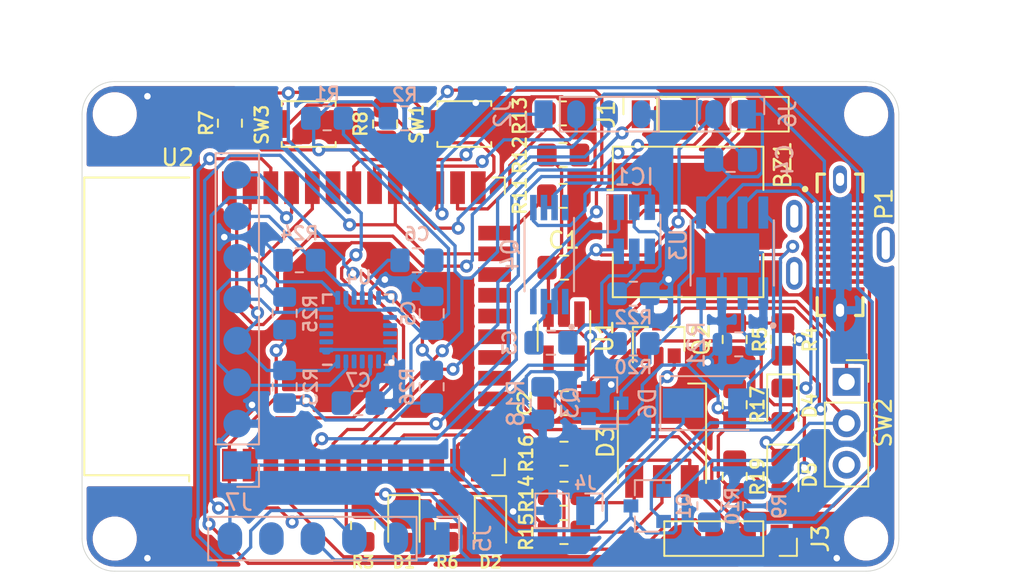
<source format=kicad_pcb>
(kicad_pcb (version 20171130) (host pcbnew "(5.1.12)-1")
  (layers (0 F.Cu signal) (31 B.Cu signal) (34 B.Paste user) (35 F.Paste user) (36 B.SilkS user) (37 F.SilkS user) (38 B.Mask user) (39 F.Mask user) (44 Edge.Cuts user))
  (net 0 "")
  (net 1 GND)
  (net 2 "Net-(BZ1-Pad1)")
  (net 3 /EN)
  (net 4 VCC)
  (net 5 /IO0)
  (net 6 +3V3)
  (net 7 /BMS/BATT-)
  (net 8 /BMS/BATT+)
  (net 9 "Net-(D1-Pad2)")
  (net 10 /BMS/CHRG)
  (net 11 "Net-(D4-Pad2)")
  (net 12 /BMS/STDBY)
  (net 13 +5V)
  (net 14 "Net-(IC1-Pad3)")
  (net 15 "Net-(IC1-Pad2)")
  (net 16 "Net-(IC1-Pad1)")
  (net 17 /BTN4)
  (net 18 /BTN3)
  (net 19 /BTN2)
  (net 20 /BTN1)
  (net 21 /BTN-B)
  (net 22 /BTN-A)
  (net 23 /BTN-R)
  (net 24 /BTN-M)
  (net 25 /BTN-T)
  (net 26 /BUZZER)
  (net 27 /IO16)
  (net 28 /IO27)
  (net 29 /IO26)
  (net 30 /IO25)
  (net 31 /IO22)
  (net 32 /IO4)
  (net 33 /IO21)
  (net 34 /RX)
  (net 35 /TX)
  (net 36 /IMU/INT)
  (net 37 /IMU/AD0)
  (net 38 /IMU/XCL)
  (net 39 /IMU/XDA)
  (net 40 /IO2)
  (net 41 "Net-(C3-Pad1)")
  (net 42 "Net-(C6-Pad1)")
  (net 43 "Net-(C7-Pad1)")
  (net 44 "Net-(J4-Pad1)")
  (net 45 "Net-(Q1-Pad1)")
  (net 46 "Net-(Q2-Pad1)")
  (net 47 /BTN-C)
  (net 48 "Net-(D2-Pad2)")
  (net 49 "Net-(D3-Pad6)")
  (net 50 "Net-(D3-Pad5)")
  (net 51 "Net-(D3-Pad4)")
  (net 52 "Net-(D5-Pad2)")
  (net 53 /IO15)
  (net 54 "Net-(R21-Pad1)")
  (net 55 "Net-(SW2-Pad1)")
  (module Board:SolderWire_1x06_P2.54mm (layer B.Cu) (at 126.75 114 90)
    (fp_text reference J5 (at 0 2.77 270) (layer B.SilkS) (effects (justify mirror)))
    (fp_text value Conn_01x06_Female)
    (pad 1 smd rect (at 0 0 90) (size 2 1.5) (layers B.Cu B.Paste B.Mask))
    (pad 2 smd oval (at 0 -2.54 90) (size 2 1.5) (layers B.Cu B.Paste B.Mask) (net 35 /TX))
    (pad 3 smd oval (at 0 -5.08 90) (size 2 1.5) (layers B.Cu B.Paste B.Mask) (net 34 /RX))
    (pad 4 smd oval (at 0 -7.62 90) (size 2 1.5) (layers B.Cu B.Paste B.Mask) (net 6 +3V3))
    (pad 5 smd oval (at 0 -10.16 90) (size 2 1.5) (layers B.Cu B.Paste B.Mask))
    (pad 6 smd oval (at 0 -12.7 90) (size 2 1.5) (layers B.Cu B.Paste B.Mask) (net 1 GND))
  )
  (module Board:SolderWire_1x04_P2.00mm (layer F.Cu) (at 147.7 114 270)
    (fp_text reference J3 (at 0 -2.5 90) (layer F.SilkS))
    (fp_text value Conn_01x04_Female)
    (pad 1 smd rect (at 0 0 270) (size 1.7 1.1) (layers F.Cu F.Paste F.Mask) (net 25 /BTN-T))
    (pad 2 smd oval (at 0 2 270) (size 1.7 1.1) (layers F.Cu F.Paste F.Mask) (net 24 /BTN-M))
    (pad 3 smd oval (at 0 4 270) (size 1.7 1.1) (layers F.Cu F.Paste F.Mask) (net 23 /BTN-R))
    (pad 4 smd oval (at 0 6 270) (size 1.7 1.1) (layers F.Cu F.Paste F.Mask) (net 1 GND))
  )
  (module Board:SolderWire_1x02_P2.00mm (layer B.Cu) (at 145.7 88 90)
    (fp_text reference J6 (at 0 2.5 90) (layer B.SilkS) (effects (justify mirror)))
    (fp_text value Conn_01x02_Female)
    (pad 1 smd rect (at 0 0 90) (size 1.75 1.1) (layers B.Cu B.Paste B.Mask) (net 8 /BMS/BATT+))
    (pad 2 smd oval (at 0 -2 90) (size 1.75 1.1) (layers B.Cu B.Paste B.Mask) (net 7 /BMS/BATT-))
  )
  (module Board:GCT_USB4151-GF-C_REVA (layer F.Cu) (at 151.4 96 90)
    (fp_text reference P1 (at 2.5 2.7 90) (layer F.SilkS))
    (fp_text value USB_C_Plug_USB2.0)
    (pad S5 thru_hole oval (at 0 2.8 90) (size 2.2 1.1) (drill oval 1.8 0.5) (layers *.Cu *.Mask))
    (pad S4 thru_hole oval (at 4.01 0 90) (size 1.7 0.85) (drill oval 0.8 0.5) (layers *.Cu *.Mask))
    (pad S3 thru_hole oval (at 1.75 -2.8 90) (size 2 1) (drill oval 1.4 0.5) (layers *.Cu *.Mask))
    (pad S2 thru_hole oval (at -1.75 -2.8 90) (size 2 1) (drill oval 1.4 0.5) (layers *.Cu *.Mask))
    (pad S1 thru_hole oval (at -4.01 0 90) (size 1.7 0.85) (drill oval 0.8 0.5) (layers *.Cu *.Mask) (net 1 GND))
    (pad B12 smd rect (at 2.75 0.975 90) (size 0.28 1.05) (layers F.Cu F.Paste F.Mask) (net 1 GND))
    (pad B11 smd rect (at 2.25 0.975 90) (size 0.28 1.05) (layers F.Cu F.Paste F.Mask))
    (pad B10 smd rect (at 1.75 0.975 90) (size 0.28 1.05) (layers F.Cu F.Paste F.Mask))
    (pad B9 smd rect (at 1.25 0.975 90) (size 0.28 1.05) (layers F.Cu F.Paste F.Mask) (net 13 +5V))
    (pad B8 smd rect (at 0.75 0.975 90) (size 0.28 1.05) (layers F.Cu F.Paste F.Mask))
    (pad B7 smd rect (at 0.25 0.975 90) (size 0.28 1.05) (layers F.Cu F.Paste F.Mask))
    (pad B6 smd rect (at -0.25 0.975 90) (size 0.28 1.05) (layers F.Cu F.Paste F.Mask))
    (pad B5 smd rect (at -0.75 0.975 90) (size 0.28 1.05) (layers F.Cu F.Paste F.Mask))
    (pad B4 smd rect (at -1.25 0.975 90) (size 0.28 1.05) (layers F.Cu F.Paste F.Mask) (net 13 +5V))
    (pad B3 smd rect (at -1.75 0.975 90) (size 0.28 1.05) (layers F.Cu F.Paste F.Mask))
    (pad B2 smd rect (at -2.25 0.975 90) (size 0.28 1.05) (layers F.Cu F.Paste F.Mask))
    (pad B1 smd rect (at -2.75 0.975 90) (size 0.28 1.05) (layers F.Cu F.Paste F.Mask) (net 1 GND))
    (pad A12 smd rect (at -2.75 -0.975 90) (size 0.28 1.05) (layers F.Cu F.Paste F.Mask) (net 1 GND))
    (pad A11 smd rect (at -2.25 -0.975 90) (size 0.28 1.05) (layers F.Cu F.Paste F.Mask))
    (pad A10 smd rect (at -1.75 -0.975 90) (size 0.28 1.05) (layers F.Cu F.Paste F.Mask))
    (pad A9 smd rect (at -1.25 -0.975 90) (size 0.28 1.05) (layers F.Cu F.Paste F.Mask) (net 13 +5V))
    (pad A8 smd rect (at -0.75 -0.975 90) (size 0.28 1.05) (layers F.Cu F.Paste F.Mask))
    (pad A7 smd rect (at -0.25 -0.975 90) (size 0.28 1.05) (layers F.Cu F.Paste F.Mask))
    (pad A6 smd rect (at 0.25 -0.975 90) (size 0.28 1.05) (layers F.Cu F.Paste F.Mask))
    (pad A5 smd rect (at 0.75 -0.975 90) (size 0.28 1.05) (layers F.Cu F.Paste F.Mask))
    (pad A4 smd rect (at 1.25 -0.975 90) (size 0.28 1.05) (layers F.Cu F.Paste F.Mask) (net 13 +5V))
    (pad A3 smd rect (at 1.75 -0.975 90) (size 0.28 1.05) (layers F.Cu F.Paste F.Mask))
    (pad A2 smd rect (at 2.25 -0.975 90) (size 0.28 1.05) (layers F.Cu F.Paste F.Mask))
    (pad A1 smd rect (at 2.75 -0.975 90) (size 0.28 1.05) (layers F.Cu F.Paste F.Mask) (net 1 GND))
  )
  (module Board:ESP32-WROOM-32 (layer F.Cu) (at 121 101 90)
    (fp_text reference U2 (at 10.35 -10.15) (layer F.SilkS))
    (fp_text value ESP32-WROOM-32D)
    (pad 39 smd rect (at -1 -0.755 90) (size 5 5) (layers F.Cu F.Paste F.Mask) (net 1 GND))
    (pad 1 smd rect (at -8.5 -8.255 90) (size 2 0.9) (layers F.Cu F.Paste F.Mask) (net 1 GND))
    (pad 2 smd rect (at -8.5 -6.985 90) (size 2 0.9) (layers F.Cu F.Paste F.Mask) (net 6 +3V3))
    (pad 3 smd rect (at -8.5 -5.715 90) (size 2 0.9) (layers F.Cu F.Paste F.Mask) (net 3 /EN))
    (pad 4 smd rect (at -8.5 -4.445 90) (size 2 0.9) (layers F.Cu F.Paste F.Mask))
    (pad 5 smd rect (at -8.5 -3.175 90) (size 2 0.9) (layers F.Cu F.Paste F.Mask))
    (pad 6 smd rect (at -8.5 -1.905 90) (size 2 0.9) (layers F.Cu F.Paste F.Mask) (net 19 /BTN2))
    (pad 7 smd rect (at -8.5 -0.635 90) (size 2 0.9) (layers F.Cu F.Paste F.Mask) (net 20 /BTN1))
    (pad 8 smd rect (at -8.5 0.635 90) (size 2 0.9) (layers F.Cu F.Paste F.Mask) (net 17 /BTN4))
    (pad 9 smd rect (at -8.5 1.905 90) (size 2 0.9) (layers F.Cu F.Paste F.Mask) (net 18 /BTN3))
    (pad 10 smd rect (at -8.5 3.175 90) (size 2 0.9) (layers F.Cu F.Paste F.Mask) (net 30 /IO25))
    (pad 11 smd rect (at -8.5 4.445 90) (size 2 0.9) (layers F.Cu F.Paste F.Mask) (net 29 /IO26))
    (pad 12 smd rect (at -8.5 5.715 90) (size 2 0.9) (layers F.Cu F.Paste F.Mask) (net 28 /IO27))
    (pad 13 smd rect (at -8.5 6.985 90) (size 2 0.9) (layers F.Cu F.Paste F.Mask) (net 25 /BTN-T))
    (pad 14 smd rect (at -8.5 8.255 90) (size 2 0.9) (layers F.Cu F.Paste F.Mask) (net 23 /BTN-R))
    (pad 15 smd rect (at -5.715 9.255 180) (size 2 0.9) (layers F.Cu F.Paste F.Mask) (net 1 GND))
    (pad 16 smd rect (at -4.445 9.255 180) (size 2 0.9) (layers F.Cu F.Paste F.Mask) (net 24 /BTN-M))
    (pad 17 smd rect (at -3.175 9.255 180) (size 2 0.9) (layers F.Cu F.Paste F.Mask))
    (pad 18 smd rect (at -1.905 9.255 180) (size 2 0.9) (layers F.Cu F.Paste F.Mask))
    (pad 19 smd rect (at -0.635 9.255 180) (size 2 0.9) (layers F.Cu F.Paste F.Mask))
    (pad 20 smd rect (at 0.635 9.255 180) (size 2 0.9) (layers F.Cu F.Paste F.Mask))
    (pad 21 smd rect (at 1.905 9.255 180) (size 2 0.9) (layers F.Cu F.Paste F.Mask))
    (pad 22 smd rect (at 3.175 9.255 180) (size 2 0.9) (layers F.Cu F.Paste F.Mask))
    (pad 23 smd rect (at 4.445 9.255 180) (size 2 0.9) (layers F.Cu F.Paste F.Mask) (net 53 /IO15))
    (pad 24 smd rect (at 5.715 9.255 180) (size 2 0.9) (layers F.Cu F.Paste F.Mask) (net 40 /IO2))
    (pad 25 smd rect (at 8.5 8.255 90) (size 2 0.9) (layers F.Cu F.Paste F.Mask) (net 5 /IO0))
    (pad 26 smd rect (at 8.5 6.985 90) (size 2 0.9) (layers F.Cu F.Paste F.Mask) (net 32 /IO4))
    (pad 27 smd rect (at 8.5 5.715 90) (size 2 0.9) (layers F.Cu F.Paste F.Mask) (net 27 /IO16))
    (pad 28 smd rect (at 8.5 4.445 90) (size 2 0.9) (layers F.Cu F.Paste F.Mask) (net 26 /BUZZER))
    (pad 29 smd rect (at 8.5 3.175 90) (size 2 0.9) (layers F.Cu F.Paste F.Mask) (net 53 /IO15))
    (pad 30 smd rect (at 8.5 1.905 90) (size 2 0.9) (layers F.Cu F.Paste F.Mask) (net 21 /BTN-B))
    (pad 31 smd rect (at 8.5 0.635 90) (size 2 0.9) (layers F.Cu F.Paste F.Mask) (net 22 /BTN-A))
    (pad 32 smd rect (at 8.5 -0.635 90) (size 2 0.9) (layers F.Cu F.Paste F.Mask))
    (pad 33 smd rect (at 8.5 -1.905 90) (size 2 0.9) (layers F.Cu F.Paste F.Mask) (net 33 /IO21))
    (pad 34 smd rect (at 8.5 -3.175 90) (size 2 0.9) (layers F.Cu F.Paste F.Mask) (net 34 /RX))
    (pad 35 smd rect (at 8.5 -4.445 90) (size 2 0.9) (layers F.Cu F.Paste F.Mask) (net 35 /TX))
    (pad 36 smd rect (at 8.5 -5.715 90) (size 2 0.9) (layers F.Cu F.Paste F.Mask) (net 31 /IO22))
    (pad 37 smd rect (at 8.5 -6.985 90) (size 2 0.9) (layers F.Cu F.Paste F.Mask) (net 47 /BTN-C))
    (pad 38 smd rect (at 8.5 -8.255 90) (size 2 0.9) (layers F.Cu F.Paste F.Mask) (net 1 GND))
  )
  (module Resistor_SMD:R_0805_2012Metric_Pad1.20x1.40mm_HandSolder (layer F.Cu) (at 127.35 113.2 90)
    (fp_text reference R6 (at -2.25 0 180) (layer F.SilkS) (effects (font (size 0.7 0.7))))
    (fp_text value 10k)
    (pad 2 smd roundrect (at 1 0 90) (size 1.2 1.4) (layers F.Cu F.Paste F.Mask) (roundrect_rratio 0.208333) (net 48 "Net-(D2-Pad2)"))
    (pad 1 smd roundrect (at -1 0 90) (size 1.2 1.4) (layers F.Cu F.Paste F.Mask) (roundrect_rratio 0.208333) (net 53 /IO15))
  )
  (module LED_SMD:LED_0805_2012Metric_Pad1.15x1.40mm_HandSolder (layer F.Cu) (at 130 113.25 270)
    (fp_text reference D2 (at 2.2 0 180) (layer F.SilkS) (effects (font (size 0.7 0.7))))
    (fp_text value LED)
    (pad 2 smd roundrect (at 1.025 0 270) (size 1.15 1.4) (layers F.Cu F.Paste F.Mask) (roundrect_rratio 0.217391) (net 48 "Net-(D2-Pad2)"))
    (pad 1 smd roundrect (at -1.025 0 270) (size 1.15 1.4) (layers F.Cu F.Paste F.Mask) (roundrect_rratio 0.217391) (net 1 GND))
  )
  (module Resistor_SMD:R_0805_2012Metric_Pad1.20x1.40mm_HandSolder (layer B.Cu) (at 124.75 88.25)
    (fp_text reference R2 (at 0 -1.45) (layer B.SilkS) (effects (font (size 0.8 0.8)) (justify mirror)))
    (fp_text value 10k)
    (pad 2 smd roundrect (at 1 0) (size 1.2 1.4) (layers B.Cu B.Paste B.Mask) (roundrect_rratio 0.208333) (net 19 /BTN2))
    (pad 1 smd roundrect (at -1 0) (size 1.2 1.4) (layers B.Cu B.Paste B.Mask) (roundrect_rratio 0.208333) (net 6 +3V3))
  )
  (module Resistor_SMD:R_0805_2012Metric_Pad1.20x1.40mm_HandSolder (layer B.Cu) (at 120 88.25)
    (fp_text reference R1 (at 0 -1.5) (layer B.SilkS) (effects (font (size 0.8 0.8)) (justify mirror)))
    (fp_text value 10k)
    (pad 2 smd roundrect (at 1 0) (size 1.2 1.4) (layers B.Cu B.Paste B.Mask) (roundrect_rratio 0.208333) (net 20 /BTN1))
    (pad 1 smd roundrect (at -1 0) (size 1.2 1.4) (layers B.Cu B.Paste B.Mask) (roundrect_rratio 0.208333) (net 6 +3V3))
  )
  (module Board:SolderWire_1x04_P2.00mm (layer B.Cu) (at 133.25 88 270)
    (fp_text reference J2 (at 0 2.5 270) (layer B.SilkS) (effects (justify mirror)))
    (fp_text value Conn_01x04_Female)
    (pad 1 smd rect (at 0 0 270) (size 1.7 1.1) (layers B.Cu B.Paste B.Mask) (net 22 /BTN-A))
    (pad 2 smd oval (at 0 -2 270) (size 1.7 1.1) (layers B.Cu B.Paste B.Mask) (net 21 /BTN-B))
    (pad 3 smd oval (at 0 -4 270) (size 1.7 1.1) (layers B.Cu B.Paste B.Mask) (net 47 /BTN-C))
    (pad 4 smd oval (at 0 -6 270) (size 1.7 1.1) (layers B.Cu B.Paste B.Mask) (net 1 GND))
  )
  (module Resistor_SMD:R_0805_2012Metric_Pad1.20x1.40mm_HandSolder (layer B.Cu) (at 143.4 112 90)
    (fp_text reference R10 (at -0.01 1.4 90) (layer B.SilkS) (effects (font (size 0.8 0.8)) (justify mirror)))
    (fp_text value 10k)
    (pad 2 smd roundrect (at 1 0 90) (size 1.2 1.4) (layers B.Cu B.Paste B.Mask) (roundrect_rratio 0.208333) (net 1 GND))
    (pad 1 smd roundrect (at -1 0 90) (size 1.2 1.4) (layers B.Cu B.Paste B.Mask) (roundrect_rratio 0.208333) (net 46 "Net-(Q2-Pad1)"))
  )
  (module Resistor_SMD:R_0805_2012Metric_Pad1.20x1.40mm_HandSolder (layer B.Cu) (at 146.2 112 270)
    (fp_text reference R9 (at 0.01 -1.49 270) (layer B.SilkS) (effects (font (size 0.8 0.8)) (justify mirror)))
    (fp_text value 100R)
    (pad 2 smd roundrect (at 1 0 270) (size 1.2 1.4) (layers B.Cu B.Paste B.Mask) (roundrect_rratio 0.208333) (net 27 /IO16))
    (pad 1 smd roundrect (at -1 0 270) (size 1.2 1.4) (layers B.Cu B.Paste B.Mask) (roundrect_rratio 0.208333) (net 46 "Net-(Q2-Pad1)"))
  )
  (module Resistor_SMD:R_0805_2012Metric_Pad1.20x1.40mm_HandSolder (layer F.Cu) (at 144.95 101.8 270)
    (fp_text reference R5 (at 0 -1.55 90) (layer F.SilkS) (effects (font (size 0.8 0.8))))
    (fp_text value 10k)
    (pad 2 smd roundrect (at 1 0 270) (size 1.2 1.4) (layers F.Cu F.Paste F.Mask) (roundrect_rratio 0.208333) (net 1 GND))
    (pad 1 smd roundrect (at -1 0 270) (size 1.2 1.4) (layers F.Cu F.Paste F.Mask) (roundrect_rratio 0.208333) (net 45 "Net-(Q1-Pad1)"))
  )
  (module Resistor_SMD:R_0805_2012Metric_Pad1.20x1.40mm_HandSolder (layer F.Cu) (at 147.9 101.8 270)
    (fp_text reference R4 (at 0 -1.65 90) (layer F.SilkS) (effects (font (size 0.8 0.8))))
    (fp_text value 100R)
    (pad 2 smd roundrect (at 1 0 270) (size 1.2 1.4) (layers F.Cu F.Paste F.Mask) (roundrect_rratio 0.208333) (net 26 /BUZZER))
    (pad 1 smd roundrect (at -1 0 270) (size 1.2 1.4) (layers F.Cu F.Paste F.Mask) (roundrect_rratio 0.208333) (net 45 "Net-(Q1-Pad1)"))
  )
  (module Connector_PinSocket_2.54mm:PinSocket_1x03_P2.54mm_Vertical (layer F.Cu) (at 151.8 104.4)
    (fp_text reference SW2 (at 2.25 2.5 90) (layer F.SilkS))
    (fp_text value SW_SPST)
    (pad 3 thru_hole oval (at 0 5.08) (size 1.7 1.7) (drill 1) (layers *.Cu *.Mask))
    (pad 2 thru_hole oval (at 0 2.54) (size 1.7 1.7) (drill 1) (layers *.Cu *.Mask) (net 6 +3V3))
    (pad 1 thru_hole rect (at 0 0) (size 1.7 1.7) (drill 1) (layers *.Cu *.Mask) (net 55 "Net-(SW2-Pad1)"))
  )
  (module Board:SOP127P600X175-9N (layer B.Cu) (at 144.8 96.5 90)
    (fp_text reference U3 (at 0.5 -3.3 90) (layer B.SilkS) (effects (justify mirror)))
    (fp_text value TP4056)
    (pad 9 smd rect (at 0 0 90) (size 2.413 3.302) (layers B.Cu B.Mask) (net 1 GND))
    (pad 8 smd roundrect (at 2.475 1.905 90) (size 1.97 0.6) (layers B.Cu B.Paste B.Mask) (roundrect_rratio 0.07000000000000001) (net 13 +5V))
    (pad 7 smd roundrect (at 2.475 0.635 90) (size 1.97 0.6) (layers B.Cu B.Paste B.Mask) (roundrect_rratio 0.07000000000000001) (net 10 /BMS/CHRG))
    (pad 6 smd roundrect (at 2.475 -0.635 90) (size 1.97 0.6) (layers B.Cu B.Paste B.Mask) (roundrect_rratio 0.07000000000000001) (net 12 /BMS/STDBY))
    (pad 5 smd roundrect (at 2.475 -1.905 90) (size 1.97 0.6) (layers B.Cu B.Paste B.Mask) (roundrect_rratio 0.07000000000000001) (net 8 /BMS/BATT+))
    (pad 4 smd roundrect (at -2.475 -1.905 90) (size 1.97 0.6) (layers B.Cu B.Paste B.Mask) (roundrect_rratio 0.07000000000000001) (net 13 +5V))
    (pad 3 smd roundrect (at -2.475 -0.635 90) (size 1.97 0.6) (layers B.Cu B.Paste B.Mask) (roundrect_rratio 0.07000000000000001) (net 1 GND))
    (pad 2 smd roundrect (at -2.475 0.635 90) (size 1.97 0.6) (layers B.Cu B.Paste B.Mask) (roundrect_rratio 0.07000000000000001) (net 54 "Net-(R21-Pad1)"))
    (pad 1 smd roundrect (at -2.475 1.905 90) (size 1.97 0.6) (layers B.Cu B.Paste B.Mask) (roundrect_rratio 0.07000000000000001) (net 1 GND))
  )
  (module Board:SOP65P640X120-8N (layer B.Cu) (at 133.6 96.6 90)
    (fp_text reference Q4 (at 0 -2.4 270) (layer B.SilkS) (effects (justify mirror)))
    (fp_text value FS8205A)
    (pad 8 smd roundrect (at 2.88 0.975 90) (size 1.56 0.4) (layers B.Cu B.Paste B.Mask) (roundrect_rratio 0.05))
    (pad 7 smd roundrect (at 2.88 0.325 90) (size 1.56 0.4) (layers B.Cu B.Paste B.Mask) (roundrect_rratio 0.05) (net 1 GND))
    (pad 6 smd roundrect (at 2.88 -0.325 90) (size 1.56 0.4) (layers B.Cu B.Paste B.Mask) (roundrect_rratio 0.05) (net 1 GND))
    (pad 5 smd roundrect (at 2.88 -0.975 90) (size 1.56 0.4) (layers B.Cu B.Paste B.Mask) (roundrect_rratio 0.05) (net 14 "Net-(IC1-Pad3)"))
    (pad 4 smd roundrect (at -2.88 -0.975 90) (size 1.56 0.4) (layers B.Cu B.Paste B.Mask) (roundrect_rratio 0.05) (net 16 "Net-(IC1-Pad1)"))
    (pad 3 smd roundrect (at -2.88 -0.325 90) (size 1.56 0.4) (layers B.Cu B.Paste B.Mask) (roundrect_rratio 0.05) (net 7 /BMS/BATT-))
    (pad 2 smd roundrect (at -2.88 0.325 90) (size 1.56 0.4) (layers B.Cu B.Paste B.Mask) (roundrect_rratio 0.05) (net 7 /BMS/BATT-))
    (pad 1 smd roundrect (at -2.88 0.975 90) (size 1.56 0.4) (layers B.Cu B.Paste B.Mask) (roundrect_rratio 0.05))
  )
  (module Package_TO_SOT_SMD:SOT-23-6_Handsoldering (layer B.Cu) (at 138.8 95.05 270)
    (fp_text reference IC1 (at -3.2 0) (layer B.SilkS) (effects (justify mirror)))
    (fp_text value DW01A)
    (pad 5 smd rect (at 1.35 0 270) (size 1.56 0.65) (layers B.Cu B.Paste B.Mask) (net 41 "Net-(C3-Pad1)"))
    (pad 6 smd rect (at 1.35 0.95 270) (size 1.56 0.65) (layers B.Cu B.Paste B.Mask) (net 7 /BMS/BATT-))
    (pad 4 smd rect (at 1.35 -0.95 270) (size 1.56 0.65) (layers B.Cu B.Paste B.Mask))
    (pad 3 smd rect (at -1.35 -0.95 270) (size 1.56 0.65) (layers B.Cu B.Paste B.Mask) (net 14 "Net-(IC1-Pad3)"))
    (pad 2 smd rect (at -1.35 0 270) (size 1.56 0.65) (layers B.Cu B.Paste B.Mask) (net 15 "Net-(IC1-Pad2)"))
    (pad 1 smd rect (at -1.35 0.95 270) (size 1.56 0.65) (layers B.Cu B.Paste B.Mask) (net 16 "Net-(IC1-Pad1)"))
  )
  (module Board:MPU6050_Breakout (layer B.Cu) (at 114.6 109.3)
    (fp_text reference J7 (at -0.01 2.48 -180) (layer B.SilkS) (effects (justify mirror)))
    (fp_text value Conn_01x08_Female)
    (pad 4 smd oval (at -0.1 -7.42) (size 1.7 1.7) (layers B.Cu B.Paste B.Mask) (net 31 /IO22))
    (pad 5 smd oval (at -0.1 -9.96) (size 1.7 1.7) (layers B.Cu B.Paste B.Mask) (net 39 /IMU/XDA))
    (pad 7 smd oval (at -0.1 -15.04) (size 1.7 1.7) (layers B.Cu B.Paste B.Mask) (net 37 /IMU/AD0))
    (pad 8 smd oval (at -0.1 -17.58) (size 1.7 1.7) (layers B.Cu B.Paste B.Mask) (net 36 /IMU/INT))
    (pad 1 smd rect (at -0.1 0.2) (size 1.7 1.7) (layers B.Cu B.Paste B.Mask) (net 4 VCC))
    (pad 6 smd oval (at -0.1 -12.5) (size 1.7 1.7) (layers B.Cu B.Paste B.Mask) (net 38 /IMU/XCL))
    (pad 3 smd oval (at -0.1 -4.88) (size 1.7 1.7) (layers B.Cu B.Paste B.Mask) (net 33 /IO21))
    (pad 2 smd oval (at -0.1 -2.34) (size 1.7 1.7) (layers B.Cu B.Paste B.Mask) (net 1 GND))
  )
  (module Board:SolderWire_1x02_P2.00mm (layer B.Cu) (at 135.8 112.3 90)
    (fp_text reference J4 (at 1.7 0.01 180) (layer B.SilkS) (effects (font (size 0.8 0.8)) (justify mirror)))
    (fp_text value Conn_01x02)
    (pad 1 smd rect (at 0 0 90) (size 1.75 1.1) (layers B.Cu B.Paste B.Mask) (net 44 "Net-(J4-Pad1)"))
    (pad 2 smd oval (at 0 -2 90) (size 1.75 1.1) (layers B.Cu B.Paste B.Mask) (net 1 GND))
  )
  (module Diode_SMD:D_SMA (layer B.Cu) (at 143.8 105.7)
    (fp_text reference D6 (at -4.18 0.02 90) (layer B.SilkS) (effects (justify mirror)))
    (fp_text value D_Schottky)
    (pad 2 smd rect (at 2 0) (size 2.5 1.8) (layers B.Cu B.Paste B.Mask) (net 13 +5V))
    (pad 1 smd rect (at -2 0) (size 2.5 1.8) (layers B.Cu B.Paste B.Mask) (net 4 VCC))
  )
  (module Board:SolderWire_1x05_P2.00mm (layer F.Cu) (at 139.2 88 90)
    (fp_text reference J1 (at 0 -2.1 90) (layer F.SilkS))
    (fp_text value Conn_01x05_Female)
    (pad 1 smd rect (at 0 0 90) (size 1.7 1.1) (layers F.Cu F.Paste F.Mask) (net 20 /BTN1))
    (pad 2 smd oval (at 0 2 90) (size 1.7 1.1) (layers F.Cu F.Paste F.Mask) (net 19 /BTN2))
    (pad 3 smd oval (at 0 4 90) (size 1.7 1.1) (layers F.Cu F.Paste F.Mask) (net 18 /BTN3))
    (pad 4 smd oval (at 0 6 90) (size 1.7 1.1) (layers F.Cu F.Paste F.Mask) (net 17 /BTN4))
    (pad 5 smd oval (at 0 8 90) (size 1.7 1.1) (layers F.Cu F.Paste F.Mask) (net 1 GND))
  )
  (module Package_TO_SOT_SMD:SOT-23-5_HandSoldering (layer F.Cu) (at 134.5 101.6 270)
    (fp_text reference U1 (at 0 -2.5 90) (layer F.SilkS))
    (fp_text value ME6211)
    (pad 5 smd rect (at 1.35 -0.95 270) (size 1.56 0.65) (layers F.Cu F.Paste F.Mask) (net 55 "Net-(SW2-Pad1)"))
    (pad 4 smd rect (at 1.35 0.95 270) (size 1.56 0.65) (layers F.Cu F.Paste F.Mask))
    (pad 3 smd rect (at -1.35 0.95 270) (size 1.56 0.65) (layers F.Cu F.Paste F.Mask) (net 4 VCC))
    (pad 2 smd rect (at -1.35 0 270) (size 1.56 0.65) (layers F.Cu F.Paste F.Mask) (net 1 GND))
    (pad 1 smd rect (at -1.35 -0.95 270) (size 1.56 0.65) (layers F.Cu F.Paste F.Mask) (net 4 VCC))
  )
  (module Button_Switch_SMD:SW_SPST_B3U-1000P (layer F.Cu) (at 118.872 88.6)
    (fp_text reference SW3 (at -2.872 0.046 90) (layer F.SilkS) (effects (font (size 0.8 0.8))))
    (fp_text value SW_Push)
    (pad 2 smd rect (at 1.7 0) (size 0.9 1.7) (layers F.Cu F.Paste F.Mask) (net 1 GND))
    (pad 1 smd rect (at -1.7 0) (size 0.9 1.7) (layers F.Cu F.Paste F.Mask) (net 5 /IO0))
  )
  (module Button_Switch_SMD:SW_SPST_B3U-1000P (layer F.Cu) (at 128.4 88.6)
    (fp_text reference SW1 (at -2.924 0 90) (layer F.SilkS) (effects (font (size 0.8 0.8))))
    (fp_text value SW_Push)
    (pad 2 smd rect (at 1.7 0) (size 0.9 1.7) (layers F.Cu F.Paste F.Mask) (net 1 GND))
    (pad 1 smd rect (at -1.7 0) (size 0.9 1.7) (layers F.Cu F.Paste F.Mask) (net 3 /EN))
  )
  (module MountingHole:MountingHole_2.2mm_M2 (layer F.Cu) (at 107 88)
    (fp_text reference H4)
    (fp_text value MountingHole)
    (pad 1 np_thru_hole circle (at 0 0) (size 2.2 2.2) (drill 2.2) (layers *.Cu *.Mask))
  )
  (module MountingHole:MountingHole_2.2mm_M2 (layer F.Cu) (at 107 114)
    (fp_text reference H3)
    (fp_text value MountingHole)
    (pad 1 np_thru_hole circle (at 0 0) (size 2.2 2.2) (drill 2.2) (layers *.Cu *.Mask))
  )
  (module MountingHole:MountingHole_2.2mm_M2 (layer F.Cu) (at 153 114)
    (fp_text reference H2)
    (fp_text value MountingHole)
    (pad 1 np_thru_hole circle (at 0 0) (size 2.2 2.2) (drill 2.2) (layers *.Cu *.Mask))
  )
  (module MountingHole:MountingHole_2.2mm_M2 (layer F.Cu) (at 153 88)
    (fp_text reference H1)
    (fp_text value MountingHole)
    (pad 1 np_thru_hole circle (at 0 0) (size 2.2 2.2) (drill 2.2) (layers *.Cu *.Mask))
  )
  (module Package_TO_SOT_SMD:SOT-23 (layer F.Cu) (at 140.3 101.8 90)
    (fp_text reference Q2 (at 0 2.6 90) (layer F.SilkS))
    (fp_text value AO3400A)
    (pad 3 smd rect (at 1 0 90) (size 0.9 0.8) (layers F.Cu F.Paste F.Mask) (net 6 +3V3))
    (pad 2 smd rect (at -1 0.95 90) (size 0.9 0.8) (layers F.Cu F.Paste F.Mask) (net 44 "Net-(J4-Pad1)"))
    (pad 1 smd rect (at -1 -0.95 90) (size 0.9 0.8) (layers F.Cu F.Paste F.Mask) (net 46 "Net-(Q2-Pad1)"))
  )
  (module LED_SMD:LED_RGB_5050-6 (layer F.Cu) (at 140.5 108.1 270)
    (fp_text reference D3 (at 0 3.45 270) (layer F.SilkS))
    (fp_text value LED_RGB)
    (pad 6 smd rect (at 2.4 -1.7) (size 1.1 2) (layers F.Cu F.Paste F.Mask) (net 49 "Net-(D3-Pad6)"))
    (pad 5 smd rect (at 2.4 0) (size 1.1 2) (layers F.Cu F.Paste F.Mask) (net 50 "Net-(D3-Pad5)"))
    (pad 4 smd rect (at 2.4 1.7) (size 1.1 2) (layers F.Cu F.Paste F.Mask) (net 51 "Net-(D3-Pad4)"))
    (pad 3 smd rect (at -2.4 1.7) (size 1.1 2) (layers F.Cu F.Paste F.Mask) (net 1 GND))
    (pad 2 smd rect (at -2.4 0) (size 1.1 2) (layers F.Cu F.Paste F.Mask) (net 1 GND))
    (pad 1 smd rect (at -2.4 -1.7) (size 1.1 2) (layers F.Cu F.Paste F.Mask) (net 1 GND))
  )
  (module Resistor_SMD:R_0805_2012Metric_Pad1.20x1.40mm_HandSolder (layer F.Cu) (at 134.4 87.95)
    (fp_text reference R13 (at -2.6 0.15 90) (layer F.SilkS) (effects (font (size 0.8 0.8))))
    (fp_text value 10k)
    (pad 2 smd roundrect (at 1 0) (size 1.2 1.4) (layers F.Cu F.Paste F.Mask) (roundrect_rratio 0.208333) (net 1 GND))
    (pad 1 smd roundrect (at -1 0) (size 1.2 1.4) (layers F.Cu F.Paste F.Mask) (roundrect_rratio 0.208333) (net 32 /IO4))
  )
  (module Resistor_SMD:R_0805_2012Metric_Pad1.20x1.40mm_HandSolder (layer F.Cu) (at 134.45 90.5)
    (fp_text reference R12 (at -2.65 0 90) (layer F.SilkS) (effects (font (size 0.8 0.8))))
    (fp_text value 10k)
    (pad 2 smd roundrect (at 1 0) (size 1.2 1.4) (layers F.Cu F.Paste F.Mask) (roundrect_rratio 0.208333) (net 32 /IO4))
    (pad 1 smd roundrect (at -1 0) (size 1.2 1.4) (layers F.Cu F.Paste F.Mask) (roundrect_rratio 0.208333) (net 4 VCC))
  )
  (module Sensor_Motion:InvenSense_QFN-24_4x4mm_P0.5mm (layer B.Cu) (at 121.9 101.2)
    (fp_text reference U4 (at 0.025 -3.2 180) (layer B.SilkS) (effects (font (size 0.8 0.8)) (justify mirror)))
    (fp_text value MPU-6050)
    (pad 24 smd roundrect (at -1.25 1.95 270) (size 0.85 0.3) (layers B.Cu B.Paste B.Mask) (net 31 /IO22))
    (pad 23 smd roundrect (at -0.75 1.95 270) (size 0.85 0.3) (layers B.Cu B.Paste B.Mask) (net 33 /IO21))
    (pad 22 smd roundrect (at -0.25 1.95 270) (size 0.85 0.3) (layers B.Cu B.Paste B.Mask))
    (pad 21 smd roundrect (at 0.25 1.95 270) (size 0.85 0.3) (layers B.Cu B.Paste B.Mask))
    (pad 20 smd roundrect (at 0.75 1.95 270) (size 0.85 0.3) (layers B.Cu B.Paste B.Mask) (net 43 "Net-(C7-Pad1)"))
    (pad 19 smd roundrect (at 1.25 1.95 270) (size 0.85 0.3) (layers B.Cu B.Paste B.Mask))
    (pad 18 smd roundrect (at 1.95 1.25) (size 0.85 0.3) (layers B.Cu B.Paste B.Mask) (net 1 GND))
    (pad 17 smd roundrect (at 1.95 0.75) (size 0.85 0.3) (layers B.Cu B.Paste B.Mask))
    (pad 16 smd roundrect (at 1.95 0.25) (size 0.85 0.3) (layers B.Cu B.Paste B.Mask))
    (pad 15 smd roundrect (at 1.95 -0.25) (size 0.85 0.3) (layers B.Cu B.Paste B.Mask))
    (pad 14 smd roundrect (at 1.95 -0.75) (size 0.85 0.3) (layers B.Cu B.Paste B.Mask))
    (pad 13 smd roundrect (at 1.95 -1.25) (size 0.85 0.3) (layers B.Cu B.Paste B.Mask) (net 6 +3V3))
    (pad 12 smd roundrect (at 1.25 -1.95 270) (size 0.85 0.3) (layers B.Cu B.Paste B.Mask) (net 36 /IMU/INT))
    (pad 11 smd roundrect (at 0.75 -1.95 270) (size 0.85 0.3) (layers B.Cu B.Paste B.Mask) (net 1 GND))
    (pad 10 smd roundrect (at 0.25 -1.95 270) (size 0.85 0.3) (layers B.Cu B.Paste B.Mask) (net 42 "Net-(C6-Pad1)"))
    (pad 9 smd roundrect (at -0.25 -1.95 270) (size 0.85 0.3) (layers B.Cu B.Paste B.Mask) (net 37 /IMU/AD0))
    (pad 8 smd roundrect (at -0.75 -1.95 270) (size 0.85 0.3) (layers B.Cu B.Paste B.Mask) (net 6 +3V3))
    (pad 7 smd roundrect (at -1.25 -1.95 270) (size 0.85 0.3) (layers B.Cu B.Paste B.Mask) (net 38 /IMU/XCL))
    (pad 6 smd roundrect (at -1.95 -1.25) (size 0.85 0.3) (layers B.Cu B.Paste B.Mask) (net 39 /IMU/XDA))
    (pad 5 smd roundrect (at -1.95 -0.75) (size 0.85 0.3) (layers B.Cu B.Paste B.Mask))
    (pad 4 smd roundrect (at -1.95 -0.25) (size 0.85 0.3) (layers B.Cu B.Paste B.Mask))
    (pad 3 smd roundrect (at -1.95 0.25) (size 0.85 0.3) (layers B.Cu B.Paste B.Mask))
    (pad 2 smd roundrect (at -1.95 0.75) (size 0.85 0.3) (layers B.Cu B.Paste B.Mask))
    (pad 1 smd roundrect (at -1.95 1.25) (size 0.85 0.3) (layers B.Cu B.Paste B.Mask) (net 1 GND))
  )
  (module Resistor_SMD:R_0805_2012Metric_Pad1.20x1.40mm_HandSolder (layer B.Cu) (at 126.4 104.7 90)
    (fp_text reference R26 (at 0 -1.5 270) (layer B.SilkS) (effects (font (size 0.8 0.8)) (justify mirror)))
    (fp_text value 10k)
    (pad 2 smd roundrect (at 1 0 90) (size 1.2 1.4) (layers B.Cu B.Paste B.Mask) (roundrect_rratio 0.208333) (net 36 /IMU/INT))
    (pad 1 smd roundrect (at -1 0 90) (size 1.2 1.4) (layers B.Cu B.Paste B.Mask) (roundrect_rratio 0.208333) (net 6 +3V3))
  )
  (module Resistor_SMD:R_0805_2012Metric_Pad1.20x1.40mm_HandSolder (layer B.Cu) (at 117.4 100.2 90)
    (fp_text reference R25 (at -0.025 1.575 270) (layer B.SilkS) (effects (font (size 0.8 0.8)) (justify mirror)))
    (fp_text value 10k)
    (pad 2 smd roundrect (at 1 0 90) (size 1.2 1.4) (layers B.Cu B.Paste B.Mask) (roundrect_rratio 0.208333) (net 33 /IO21))
    (pad 1 smd roundrect (at -1 0 90) (size 1.2 1.4) (layers B.Cu B.Paste B.Mask) (roundrect_rratio 0.208333) (net 6 +3V3))
  )
  (module Resistor_SMD:R_0805_2012Metric_Pad1.20x1.40mm_HandSolder (layer B.Cu) (at 118.3 96.95 180)
    (fp_text reference R24 (at 0 1.65 180) (layer B.SilkS) (effects (font (size 0.8 0.8)) (justify mirror)))
    (fp_text value 4.7k)
    (pad 2 smd roundrect (at 1 0 180) (size 1.2 1.4) (layers B.Cu B.Paste B.Mask) (roundrect_rratio 0.208333) (net 1 GND))
    (pad 1 smd roundrect (at -1 0 180) (size 1.2 1.4) (layers B.Cu B.Paste B.Mask) (roundrect_rratio 0.208333) (net 37 /IMU/AD0))
  )
  (module Resistor_SMD:R_0805_2012Metric_Pad1.20x1.40mm_HandSolder (layer B.Cu) (at 117.4 104.7 90)
    (fp_text reference R23 (at 0 1.6 270) (layer B.SilkS) (effects (font (size 0.8 0.8)) (justify mirror)))
    (fp_text value 10k)
    (pad 2 smd roundrect (at 1 0 90) (size 1.2 1.4) (layers B.Cu B.Paste B.Mask) (roundrect_rratio 0.208333) (net 31 /IO22))
    (pad 1 smd roundrect (at -1 0 90) (size 1.2 1.4) (layers B.Cu B.Paste B.Mask) (roundrect_rratio 0.208333) (net 6 +3V3))
  )
  (module Resistor_SMD:R_0805_2012Metric_Pad1.20x1.40mm_HandSolder (layer B.Cu) (at 138.75 99 180)
    (fp_text reference R22 (at 0 -1.45 180) (layer B.SilkS) (effects (font (size 0.8 0.8)) (justify mirror)))
    (fp_text value 1k)
    (pad 2 smd roundrect (at 1 0 180) (size 1.2 1.4) (layers B.Cu B.Paste B.Mask) (roundrect_rratio 0.208333) (net 15 "Net-(IC1-Pad2)"))
    (pad 1 smd roundrect (at -1 0 180) (size 1.2 1.4) (layers B.Cu B.Paste B.Mask) (roundrect_rratio 0.208333) (net 1 GND))
  )
  (module Resistor_SMD:R_0805_2012Metric_Pad1.20x1.40mm_HandSolder (layer B.Cu) (at 145.2 102.1 180)
    (fp_text reference R21 (at 2.6 -0.025 270) (layer B.SilkS) (effects (justify mirror)))
    (fp_text value 1.2k)
    (pad 2 smd roundrect (at 1 0 180) (size 1.2 1.4) (layers B.Cu B.Paste B.Mask) (roundrect_rratio 0.208333) (net 1 GND))
    (pad 1 smd roundrect (at -1 0 180) (size 1.2 1.4) (layers B.Cu B.Paste B.Mask) (roundrect_rratio 0.208333) (net 54 "Net-(R21-Pad1)"))
  )
  (module Resistor_SMD:R_0805_2012Metric_Pad1.20x1.40mm_HandSolder (layer B.Cu) (at 138.75 102.05 180)
    (fp_text reference R20 (at 0 -1.45) (layer B.SilkS) (effects (font (size 0.8 0.8)) (justify mirror)))
    (fp_text value 100R)
    (pad 2 smd roundrect (at 1 0 180) (size 1.2 1.4) (layers B.Cu B.Paste B.Mask) (roundrect_rratio 0.208333) (net 41 "Net-(C3-Pad1)"))
    (pad 1 smd roundrect (at -1 0 180) (size 1.2 1.4) (layers B.Cu B.Paste B.Mask) (roundrect_rratio 0.208333) (net 8 /BMS/BATT+))
  )
  (module Resistor_SMD:R_0805_2012Metric_Pad1.20x1.40mm_HandSolder (layer F.Cu) (at 144.95 110.2 90)
    (fp_text reference R19 (at 0 1.4 90) (layer F.SilkS) (effects (font (size 0.8 0.8))))
    (fp_text value 1k)
    (pad 2 smd roundrect (at 1 0 90) (size 1.2 1.4) (layers F.Cu F.Paste F.Mask) (roundrect_rratio 0.208333) (net 52 "Net-(D5-Pad2)"))
    (pad 1 smd roundrect (at -1 0 90) (size 1.2 1.4) (layers F.Cu F.Paste F.Mask) (roundrect_rratio 0.208333) (net 13 +5V))
  )
  (module Resistor_SMD:R_0805_2012Metric_Pad1.20x1.40mm_HandSolder (layer B.Cu) (at 133.2 105.7 270)
    (fp_text reference R18 (at 0 1.65 270) (layer B.SilkS) (effects (justify mirror)))
    (fp_text value 10k)
    (pad 2 smd roundrect (at 1 0 270) (size 1.2 1.4) (layers B.Cu B.Paste B.Mask) (roundrect_rratio 0.208333) (net 1 GND))
    (pad 1 smd roundrect (at -1 0 270) (size 1.2 1.4) (layers B.Cu B.Paste B.Mask) (roundrect_rratio 0.208333) (net 13 +5V))
  )
  (module Resistor_SMD:R_0805_2012Metric_Pad1.20x1.40mm_HandSolder (layer F.Cu) (at 144.95 105.8 90)
    (fp_text reference R17 (at 0 1.4 90) (layer F.SilkS) (effects (font (size 0.8 0.8))))
    (fp_text value 1k)
    (pad 2 smd roundrect (at 1 0 90) (size 1.2 1.4) (layers F.Cu F.Paste F.Mask) (roundrect_rratio 0.208333) (net 11 "Net-(D4-Pad2)"))
    (pad 1 smd roundrect (at -1 0 90) (size 1.2 1.4) (layers F.Cu F.Paste F.Mask) (roundrect_rratio 0.208333) (net 13 +5V))
  )
  (module Resistor_SMD:R_0805_2012Metric_Pad1.20x1.40mm_HandSolder (layer F.Cu) (at 134.5 108.8)
    (fp_text reference R16 (at -2.31 -0.01 90) (layer F.SilkS) (effects (font (size 0.8 0.8))))
    (fp_text value 10k)
    (pad 2 smd roundrect (at 1 0) (size 1.2 1.4) (layers F.Cu F.Paste F.Mask) (roundrect_rratio 0.208333) (net 49 "Net-(D3-Pad6)"))
    (pad 1 smd roundrect (at -1 0) (size 1.2 1.4) (layers F.Cu F.Paste F.Mask) (roundrect_rratio 0.208333) (net 30 /IO25))
  )
  (module Resistor_SMD:R_0805_2012Metric_Pad1.20x1.40mm_HandSolder (layer F.Cu) (at 134.5 113.6)
    (fp_text reference R15 (at -2.31 -0.01 90) (layer F.SilkS) (effects (font (size 0.8 0.8))))
    (fp_text value 10k)
    (pad 2 smd roundrect (at 1 0) (size 1.2 1.4) (layers F.Cu F.Paste F.Mask) (roundrect_rratio 0.208333) (net 50 "Net-(D3-Pad5)"))
    (pad 1 smd roundrect (at -1 0) (size 1.2 1.4) (layers F.Cu F.Paste F.Mask) (roundrect_rratio 0.208333) (net 29 /IO26))
  )
  (module Resistor_SMD:R_0805_2012Metric_Pad1.20x1.40mm_HandSolder (layer F.Cu) (at 134.5 111.25)
    (fp_text reference R14 (at -2.3 0.01 90) (layer F.SilkS) (effects (font (size 0.8 0.8))))
    (fp_text value 10k)
    (pad 2 smd roundrect (at 1 0) (size 1.2 1.4) (layers F.Cu F.Paste F.Mask) (roundrect_rratio 0.208333) (net 51 "Net-(D3-Pad4)"))
    (pad 1 smd roundrect (at -1 0) (size 1.2 1.4) (layers F.Cu F.Paste F.Mask) (roundrect_rratio 0.208333) (net 28 /IO27))
  )
  (module Resistor_SMD:R_0805_2012Metric_Pad1.20x1.40mm_HandSolder (layer F.Cu) (at 134.45 93)
    (fp_text reference R11 (at -2.65 0 90) (layer F.SilkS) (effects (font (size 0.8 0.8))))
    (fp_text value 5k)
    (pad 2 smd roundrect (at 1 0) (size 1.2 1.4) (layers F.Cu F.Paste F.Mask) (roundrect_rratio 0.208333) (net 1 GND))
    (pad 1 smd roundrect (at -1 0) (size 1.2 1.4) (layers F.Cu F.Paste F.Mask) (roundrect_rratio 0.208333) (net 40 /IO2))
  )
  (module Resistor_SMD:R_0805_2012Metric_Pad1.20x1.40mm_HandSolder (layer F.Cu) (at 123.55 88.6 90)
    (fp_text reference R8 (at 0 -1.5 90) (layer F.SilkS) (effects (font (size 0.8 0.8))))
    (fp_text value 5k)
    (pad 2 smd roundrect (at 1 0 90) (size 1.2 1.4) (layers F.Cu F.Paste F.Mask) (roundrect_rratio 0.208333) (net 5 /IO0))
    (pad 1 smd roundrect (at -1 0 90) (size 1.2 1.4) (layers F.Cu F.Paste F.Mask) (roundrect_rratio 0.208333) (net 6 +3V3))
  )
  (module Resistor_SMD:R_0805_2012Metric_Pad1.20x1.40mm_HandSolder (layer F.Cu) (at 114.05 88.55 90)
    (fp_text reference R7 (at 0 -1.45 90) (layer F.SilkS) (effects (font (size 0.8 0.8))))
    (fp_text value 12k)
    (pad 2 smd roundrect (at 1 0 90) (size 1.2 1.4) (layers F.Cu F.Paste F.Mask) (roundrect_rratio 0.208333) (net 3 /EN))
    (pad 1 smd roundrect (at -1 0 90) (size 1.2 1.4) (layers F.Cu F.Paste F.Mask) (roundrect_rratio 0.208333) (net 6 +3V3))
  )
  (module Resistor_SMD:R_0805_2012Metric_Pad1.20x1.40mm_HandSolder (layer F.Cu) (at 122.2 113.2 90)
    (fp_text reference R3 (at -2.25 0 180) (layer F.SilkS) (effects (font (size 0.7 0.7))))
    (fp_text value 10k)
    (pad 2 smd roundrect (at 1 0 90) (size 1.2 1.4) (layers F.Cu F.Paste F.Mask) (roundrect_rratio 0.208333) (net 9 "Net-(D1-Pad2)"))
    (pad 1 smd roundrect (at -1 0 90) (size 1.2 1.4) (layers F.Cu F.Paste F.Mask) (roundrect_rratio 0.208333) (net 6 +3V3))
  )
  (module Package_TO_SOT_SMD:SOT-23 (layer B.Cu) (at 137 105.7)
    (fp_text reference Q3 (at -2.13 -0.02 90) (layer B.SilkS) (effects (justify mirror)))
    (fp_text value AO3401A)
    (pad 3 smd rect (at 1 0) (size 0.9 0.8) (layers B.Cu B.Paste B.Mask) (net 8 /BMS/BATT+))
    (pad 2 smd rect (at -1 -0.95) (size 0.9 0.8) (layers B.Cu B.Paste B.Mask) (net 4 VCC))
    (pad 1 smd rect (at -1 0.95) (size 0.9 0.8) (layers B.Cu B.Paste B.Mask) (net 13 +5V))
  )
  (module Package_TO_SOT_SMD:SOT-23 (layer B.Cu) (at 139.6 112 180)
    (fp_text reference Q1 (at -2.24 -0.01 270) (layer B.SilkS) (effects (font (size 0.8 0.8)) (justify mirror)))
    (fp_text value AO3400A)
    (pad 3 smd rect (at 1 0 180) (size 0.9 0.8) (layers B.Cu B.Paste B.Mask) (net 6 +3V3))
    (pad 2 smd rect (at -1 -0.95 180) (size 0.9 0.8) (layers B.Cu B.Paste B.Mask) (net 2 "Net-(BZ1-Pad1)"))
    (pad 1 smd rect (at -1 0.95 180) (size 0.9 0.8) (layers B.Cu B.Paste B.Mask) (net 45 "Net-(Q1-Pad1)"))
  )
  (module LED_SMD:LED_0805_2012Metric_Pad1.15x1.40mm_HandSolder (layer F.Cu) (at 147.9 110.1 270)
    (fp_text reference D5 (at 0 -1.65 90) (layer F.SilkS) (effects (font (size 0.8 0.8))))
    (fp_text value LED-BLUE)
    (pad 2 smd roundrect (at 1.025 0 270) (size 1.15 1.4) (layers F.Cu F.Paste F.Mask) (roundrect_rratio 0.217391) (net 52 "Net-(D5-Pad2)"))
    (pad 1 smd roundrect (at -1.025 0 270) (size 1.15 1.4) (layers F.Cu F.Paste F.Mask) (roundrect_rratio 0.217391) (net 12 /BMS/STDBY))
  )
  (module LED_SMD:LED_0805_2012Metric_Pad1.15x1.40mm_HandSolder (layer F.Cu) (at 147.9 105.8 270)
    (fp_text reference D4 (at 0.05 -1.65 90) (layer F.SilkS) (effects (font (size 0.8 0.8))))
    (fp_text value LED-RED)
    (pad 2 smd roundrect (at 1.025 0 270) (size 1.15 1.4) (layers F.Cu F.Paste F.Mask) (roundrect_rratio 0.217391) (net 11 "Net-(D4-Pad2)"))
    (pad 1 smd roundrect (at -1.025 0 270) (size 1.15 1.4) (layers F.Cu F.Paste F.Mask) (roundrect_rratio 0.217391) (net 10 /BMS/CHRG))
  )
  (module LED_SMD:LED_0805_2012Metric_Pad1.15x1.40mm_HandSolder (layer F.Cu) (at 124.7 113.2 270)
    (fp_text reference D1 (at 2.25 0 180) (layer F.SilkS) (effects (font (size 0.7 0.7))))
    (fp_text value LED)
    (pad 2 smd roundrect (at 1.025 0 270) (size 1.15 1.4) (layers F.Cu F.Paste F.Mask) (roundrect_rratio 0.217391) (net 9 "Net-(D1-Pad2)"))
    (pad 1 smd roundrect (at -1.025 0 270) (size 1.15 1.4) (layers F.Cu F.Paste F.Mask) (roundrect_rratio 0.217391) (net 1 GND))
  )
  (module Capacitor_SMD:C_0805_2012Metric_Pad1.18x1.45mm_HandSolder (layer B.Cu) (at 121.9 105.7)
    (fp_text reference C7 (at 0 -1.4 180) (layer B.SilkS) (effects (font (size 0.8 0.8)) (justify mirror)))
    (fp_text value 2.2nF)
    (pad 2 smd roundrect (at 1.0375 0) (size 1.175 1.45) (layers B.Cu B.Paste B.Mask) (roundrect_rratio 0.212766) (net 1 GND))
    (pad 1 smd roundrect (at -1.0375 0) (size 1.175 1.45) (layers B.Cu B.Paste B.Mask) (roundrect_rratio 0.212766) (net 43 "Net-(C7-Pad1)"))
  )
  (module Capacitor_SMD:C_0805_2012Metric_Pad1.18x1.45mm_HandSolder (layer B.Cu) (at 125.5 96.95)
    (fp_text reference C6 (at 0 -1.6 180) (layer B.SilkS) (effects (font (size 0.8 0.8)) (justify mirror)))
    (fp_text value 0.1uF)
    (pad 2 smd roundrect (at 1.0375 0) (size 1.175 1.45) (layers B.Cu B.Paste B.Mask) (roundrect_rratio 0.212766) (net 1 GND))
    (pad 1 smd roundrect (at -1.0375 0) (size 1.175 1.45) (layers B.Cu B.Paste B.Mask) (roundrect_rratio 0.212766) (net 42 "Net-(C6-Pad1)"))
  )
  (module Capacitor_SMD:C_0805_2012Metric_Pad1.18x1.45mm_HandSolder (layer B.Cu) (at 126.4 100.2 90)
    (fp_text reference C5 (at 0 -1.425 270) (layer B.SilkS) (effects (font (size 0.8 0.8)) (justify mirror)))
    (fp_text value 0.1uF)
    (pad 2 smd roundrect (at 1.0375 0 90) (size 1.175 1.45) (layers B.Cu B.Paste B.Mask) (roundrect_rratio 0.212766) (net 1 GND))
    (pad 1 smd roundrect (at -1.0375 0 90) (size 1.175 1.45) (layers B.Cu B.Paste B.Mask) (roundrect_rratio 0.212766) (net 6 +3V3))
  )
  (module Capacitor_SMD:C_0805_2012Metric_Pad1.18x1.45mm_HandSolder (layer B.Cu) (at 144.7 90.8)
    (fp_text reference C4 (at 3.325 0 270) (layer B.SilkS) (effects (justify mirror)))
    (fp_text value 10uF)
    (pad 2 smd roundrect (at 1.0375 0) (size 1.175 1.45) (layers B.Cu B.Paste B.Mask) (roundrect_rratio 0.212766) (net 7 /BMS/BATT-))
    (pad 1 smd roundrect (at -1.0375 0) (size 1.175 1.45) (layers B.Cu B.Paste B.Mask) (roundrect_rratio 0.212766) (net 8 /BMS/BATT+))
  )
  (module Capacitor_SMD:C_0805_2012Metric_Pad1.18x1.45mm_HandSolder (layer B.Cu) (at 133.7 102 180)
    (fp_text reference C3 (at 2.525 0 270) (layer B.SilkS) (effects (font (size 0.8 0.8)) (justify mirror)))
    (fp_text value 0.1uF)
    (pad 2 smd roundrect (at 1.0375 0 180) (size 1.175 1.45) (layers B.Cu B.Paste B.Mask) (roundrect_rratio 0.212766) (net 7 /BMS/BATT-))
    (pad 1 smd roundrect (at -1.0375 0 180) (size 1.175 1.45) (layers B.Cu B.Paste B.Mask) (roundrect_rratio 0.212766) (net 41 "Net-(C3-Pad1)"))
  )
  (module Capacitor_SMD:C_0805_2012Metric_Pad1.18x1.45mm_HandSolder (layer F.Cu) (at 134.5 105.7)
    (fp_text reference C2 (at -2.4 0 90) (layer F.SilkS) (effects (font (size 0.8 0.8))))
    (fp_text value 10uF)
    (pad 2 smd roundrect (at 1.0375 0) (size 1.175 1.45) (layers F.Cu F.Paste F.Mask) (roundrect_rratio 0.212766) (net 1 GND))
    (pad 1 smd roundrect (at -1.0375 0) (size 1.175 1.45) (layers F.Cu F.Paste F.Mask) (roundrect_rratio 0.212766) (net 6 +3V3))
  )
  (module Capacitor_SMD:C_0805_2012Metric_Pad1.18x1.45mm_HandSolder (layer F.Cu) (at 134.5 97.4)
    (fp_text reference C1 (at 0 -1.68) (layer F.SilkS))
    (fp_text value 10uF)
    (pad 2 smd roundrect (at 1.0375 0) (size 1.175 1.45) (layers F.Cu F.Paste F.Mask) (roundrect_rratio 0.212766) (net 1 GND))
    (pad 1 smd roundrect (at -1.0375 0) (size 1.175 1.45) (layers F.Cu F.Paste F.Mask) (roundrect_rratio 0.212766) (net 4 VCC))
  )
  (module Buzzer_Beeper:Buzzer_Murata_PKMCS0909E4000-R1 (layer F.Cu) (at 142.1 94.6)
    (fp_text reference BZ1 (at 5.8 -3.5 90) (layer F.SilkS))
    (fp_text value Buzzer)
    (pad 2 smd rect (at 4.35 0) (size 1.3 3.4) (layers F.Cu F.Paste F.Mask) (net 1 GND))
    (pad 1 smd rect (at -4.35 0) (size 1.3 3.4) (layers F.Cu F.Paste F.Mask) (net 2 "Net-(BZ1-Pad1)"))
  )
  (gr_arc (start 153 114) (end 153 116) (angle -90) (layer Edge.Cuts) (width 0.05))
  (gr_arc (start 107 114) (end 105 114) (angle -90) (layer Edge.Cuts) (width 0.05))
  (gr_arc (start 107 88) (end 107 86) (angle -90) (layer Edge.Cuts) (width 0.05))
  (gr_arc (start 153 88) (end 155 88) (angle -90) (layer Edge.Cuts) (width 0.05))
  (gr_line (start 107 86) (end 153 86) (layer Edge.Cuts) (width 0.05))
  (gr_line (start 105 114) (end 105 88) (layer Edge.Cuts) (width 0.05))
  (gr_line (start 153 116) (end 107 116) (layer Edge.Cuts) (width 0.05))
  (gr_line (start 155 88) (end 155 114) (layer Edge.Cuts) (width 0.05))
  (segment (start 149.4406 98.75) (end 149.4406 96.9092) (width 0.2) (layer F.Cu) (net 1))
  (segment (start 140.9058 98.1225) (end 141.8516 99.0683) (width 0.2) (layer F.Cu) (net 1))
  (segment (start 141.8516 99.0683) (end 149.1223 99.0683) (width 0.2) (layer F.Cu) (net 1))
  (segment (start 149.1223 99.0683) (end 149.4406 98.75) (width 0.2) (layer F.Cu) (net 1))
  (segment (start 149.4406 98.75) (end 149.5997 98.75) (width 0.2) (layer F.Cu) (net 1))
  (segment (start 130.1 88.6) (end 130.8503 88.6) (width 0.2) (layer F.Cu) (net 1))
  (segment (start 135.4 87.95) (end 134.386 86.936) (width 0.2) (layer F.Cu) (net 1))
  (segment (start 134.386 86.936) (end 132.5143 86.936) (width 0.2) (layer F.Cu) (net 1))
  (segment (start 132.5143 86.936) (end 130.8503 88.6) (width 0.2) (layer F.Cu) (net 1))
  (segment (start 135.45 93) (end 136.4016 92.0484) (width 0.2) (layer F.Cu) (net 1))
  (segment (start 136.4016 92.0484) (end 136.4016 88.9516) (width 0.2) (layer F.Cu) (net 1))
  (segment (start 136.4016 88.9516) (end 135.4 87.95) (width 0.2) (layer F.Cu) (net 1))
  (segment (start 125.368 98.1305) (end 126.4 99.1625) (width 0.2) (layer B.Cu) (net 1))
  (segment (start 123.5339 98.1305) (end 125.368 98.1305) (width 0.2) (layer B.Cu) (net 1))
  (segment (start 125.368 98.1305) (end 125.368 98.1195) (width 0.2) (layer B.Cu) (net 1))
  (segment (start 125.368 98.1195) (end 126.5375 96.95) (width 0.2) (layer B.Cu) (net 1))
  (segment (start 122.65 99.25) (end 122.65 98.7713) (width 0.2) (layer B.Cu) (net 1))
  (segment (start 122.65 98.7713) (end 123.2908 98.1305) (width 0.2) (layer B.Cu) (net 1))
  (segment (start 123.2908 98.1305) (end 123.5339 98.1305) (width 0.2) (layer B.Cu) (net 1))
  (segment (start 135.5375 97.4) (end 136.26 98.1225) (width 0.2) (layer F.Cu) (net 1))
  (segment (start 136.26 98.1225) (end 140.9058 98.1225) (width 0.2) (layer F.Cu) (net 1))
  (segment (start 150.425 98.75) (end 149.5997 98.75) (width 0.2) (layer F.Cu) (net 1))
  (segment (start 133.925 93.72) (end 133.925 92.9143) (width 0.2) (layer B.Cu) (net 1))
  (segment (start 133.925 92.9143) (end 134.62 92.2193) (width 0.2) (layer B.Cu) (net 1))
  (segment (start 134.62 92.2193) (end 137.7079 92.2193) (width 0.2) (layer B.Cu) (net 1))
  (segment (start 137.7079 92.2193) (end 138.8247 91.1025) (width 0.2) (layer B.Cu) (net 1))
  (segment (start 140.7758 97.9925) (end 140.7758 93.0537) (width 0.2) (layer B.Cu) (net 1))
  (segment (start 140.7758 93.0537) (end 138.8247 91.1025) (width 0.2) (layer B.Cu) (net 1))
  (segment (start 133.275 93.72) (end 133.925 93.72) (width 0.2) (layer B.Cu) (net 1))
  (segment (start 139.75 99) (end 140.7575 97.9925) (width 0.2) (layer B.Cu) (net 1))
  (segment (start 140.7575 97.9925) (end 140.7758 97.9925) (width 0.2) (layer B.Cu) (net 1))
  (segment (start 140.7758 97.9925) (end 140.9058 98.1225) (width 0.2) (layer B.Cu) (net 1))
  (segment (start 116.1798 102.176) (end 116.5844 101.7714) (width 0.2) (layer F.Cu) (net 1))
  (segment (start 115.402 105.8097) (end 115.402 102.9538) (width 0.2) (layer F.Cu) (net 1))
  (segment (start 115.402 102.9538) (end 116.1798 102.176) (width 0.2) (layer F.Cu) (net 1))
  (segment (start 116.1798 102.176) (end 113.7039 99.7001) (width 0.2) (layer F.Cu) (net 1))
  (segment (start 113.7039 99.7001) (end 113.7039 95.53) (width 0.2) (layer F.Cu) (net 1))
  (segment (start 137.3931 104.5633) (end 137.4381 104.5633) (width 0.2) (layer B.Cu) (net 1))
  (segment (start 139.35 99.4) (end 139.75 99) (width 0.2) (layer B.Cu) (net 1))
  (segment (start 135.5375 97.4) (end 135.5375 93.0875) (width 0.2) (layer F.Cu) (net 1))
  (segment (start 135.5375 93.0875) (end 135.45 93) (width 0.2) (layer F.Cu) (net 1))
  (segment (start 131.0115 114.8284) (end 130.6859 115.154) (width 0.2) (layer F.Cu) (net 1))
  (segment (start 130.6859 115.154) (end 129.3246 115.154) (width 0.2) (layer F.Cu) (net 1))
  (segment (start 129.3246 115.154) (end 128.4425 114.2719) (width 0.2) (layer F.Cu) (net 1))
  (segment (start 128.4425 114.2719) (end 128.4425 113.6636) (width 0.2) (layer F.Cu) (net 1))
  (segment (start 131.0115 114.8284) (end 131.3334 115.1503) (width 0.2) (layer F.Cu) (net 1))
  (segment (start 130.4336 112.6586) (end 130 112.225) (width 0.2) (layer F.Cu) (net 1))
  (segment (start 126 113.2988) (end 124.8762 112.175) (width 0.2) (layer F.Cu) (net 1))
  (segment (start 124.8762 112.175) (end 124.7 112.175) (width 0.2) (layer F.Cu) (net 1))
  (segment (start 121.0029 115.116) (end 125.4011 115.116) (width 0.2) (layer F.Cu) (net 1))
  (segment (start 125.4011 115.116) (end 126 114.5171) (width 0.2) (layer F.Cu) (net 1))
  (segment (start 126 114.5171) (end 126 113.2988) (width 0.2) (layer F.Cu) (net 1))
  (segment (start 133.2 110.8247) (end 132.9035 110.8247) (width 0.2) (layer B.Cu) (net 1))
  (segment (start 132.9035 110.8247) (end 131.3876 112.3406) (width 0.2) (layer B.Cu) (net 1))
  (segment (start 133.8 111.1247) (end 133.5 110.8247) (width 0.2) (layer B.Cu) (net 1))
  (segment (start 133.5 110.8247) (end 133.2 110.8247) (width 0.2) (layer B.Cu) (net 1))
  (segment (start 133.2 110.8247) (end 133.2 106.7) (width 0.2) (layer B.Cu) (net 1))
  (segment (start 120.4669 102) (end 120.4669 96.8987) (width 0.2) (layer F.Cu) (net 1))
  (segment (start 120.4669 96.8987) (end 121.4919 95.8737) (width 0.2) (layer F.Cu) (net 1))
  (segment (start 121.4919 95.8737) (end 122.0663 95.8737) (width 0.2) (layer F.Cu) (net 1))
  (segment (start 122.0663 95.8737) (end 123.5339 97.3413) (width 0.2) (layer F.Cu) (net 1))
  (segment (start 123.5339 97.3413) (end 123.5339 98.1305) (width 0.2) (layer F.Cu) (net 1))
  (segment (start 137.3931 104.5633) (end 137.3931 104.6564) (width 0.2) (layer B.Cu) (net 1))
  (segment (start 137.3931 104.6564) (end 136.5991 105.4504) (width 0.2) (layer B.Cu) (net 1))
  (segment (start 134.4951 104.3356) (end 133.9372 103.7777) (width 0.2) (layer B.Cu) (net 1))
  (segment (start 133.9372 103.7777) (end 132.4828 103.7777) (width 0.2) (layer B.Cu) (net 1))
  (segment (start 132.4828 103.7777) (end 132.1986 104.0619) (width 0.2) (layer B.Cu) (net 1))
  (segment (start 132.1986 104.0619) (end 132.1986 105.6986) (width 0.2) (layer B.Cu) (net 1))
  (segment (start 132.1986 105.6986) (end 133.2 106.7) (width 0.2) (layer B.Cu) (net 1))
  (segment (start 151.4 100.01) (end 151.4 101.1603) (width 0.2) (layer B.Cu) (net 1))
  (segment (start 151.4 101.1603) (end 152.9679 102.7282) (width 0.2) (layer B.Cu) (net 1))
  (segment (start 152.9679 102.7282) (end 152.9679 107.4094) (width 0.2) (layer B.Cu) (net 1))
  (segment (start 152.9679 107.4094) (end 152.2805 108.0968) (width 0.2) (layer B.Cu) (net 1))
  (segment (start 152.2805 108.0968) (end 149.7882 108.0968) (width 0.2) (layer B.Cu) (net 1))
  (segment (start 149.7882 108.0968) (end 148.1696 109.7154) (width 0.2) (layer B.Cu) (net 1))
  (segment (start 148.1696 109.7154) (end 144.6846 109.7154) (width 0.2) (layer B.Cu) (net 1))
  (segment (start 144.6846 109.7154) (end 143.4 111) (width 0.2) (layer B.Cu) (net 1))
  (segment (start 137.3931 104.5633) (end 137.5567 104.3997) (width 0.2) (layer F.Cu) (net 1))
  (segment (start 135.5375 105.7) (end 136.2564 105.7) (width 0.2) (layer F.Cu) (net 1))
  (segment (start 136.2564 105.7) (end 137.3931 104.5633) (width 0.2) (layer F.Cu) (net 1))
  (segment (start 120.3 88.6) (end 119.5497 88.6) (width 0.2) (layer F.Cu) (net 1))
  (segment (start 119.5497 88.6) (end 118.3993 89.7504) (width 0.2) (layer F.Cu) (net 1))
  (segment (start 118.3993 89.7504) (end 116.2624 89.7504) (width 0.2) (layer F.Cu) (net 1))
  (segment (start 116.2624 89.7504) (end 115.1428 88.6308) (width 0.2) (layer F.Cu) (net 1))
  (segment (start 115.1428 88.6308) (end 113.3823 88.6308) (width 0.2) (layer F.Cu) (net 1))
  (segment (start 113.3823 88.6308) (end 112.1004 89.9127) (width 0.2) (layer F.Cu) (net 1))
  (segment (start 112.1004 89.9127) (end 112.1004 91.8554) (width 0.2) (layer F.Cu) (net 1))
  (segment (start 112.1004 91.8554) (end 112.745 92.5) (width 0.2) (layer F.Cu) (net 1))
  (segment (start 113.7039 95.53) (end 112.745 94.5711) (width 0.2) (layer F.Cu) (net 1))
  (segment (start 112.745 94.5711) (end 112.745 92.5) (width 0.2) (layer F.Cu) (net 1))
  (segment (start 144.8 96.5) (end 144.8 96.8694) (width 0.2) (layer B.Cu) (net 1))
  (segment (start 146.705 98.975) (end 146.705 98.5572) (width 0.2) (layer B.Cu) (net 1))
  (segment (start 145.0172 96.8694) (end 144.8 96.8694) (width 0.2) (layer B.Cu) (net 1))
  (segment (start 144.165 98.975) (end 144.165 98.6418) (width 0.2) (layer B.Cu) (net 1))
  (segment (start 144.2 102.1) (end 144.165 102.065) (width 0.2) (layer B.Cu) (net 1))
  (segment (start 144.165 102.065) (end 144.165 98.975) (width 0.2) (layer B.Cu) (net 1))
  (segment (start 142.1322 105.6322) (end 142.1322 104.3652) (width 0.2) (layer F.Cu) (net 1))
  (segment (start 142.1322 104.3652) (end 143.2969 103.2005) (width 0.2) (layer F.Cu) (net 1))
  (segment (start 144.95 102.8) (end 144.5495 103.2005) (width 0.2) (layer F.Cu) (net 1))
  (segment (start 144.5495 103.2005) (end 143.2969 103.2005) (width 0.2) (layer F.Cu) (net 1))
  (segment (start 144.2 102.1) (end 143.2969 103.0031) (width 0.2) (layer B.Cu) (net 1))
  (segment (start 143.2969 103.0031) (end 143.2969 103.2005) (width 0.2) (layer B.Cu) (net 1))
  (segment (start 120.245 102) (end 120.4669 102) (width 0.2) (layer F.Cu) (net 1))
  (segment (start 133.8 112.3) (end 133.8 111.1247) (width 0.2) (layer B.Cu) (net 1))
  (segment (start 138.8 105.7) (end 138.8 105.6322) (width 0.2) (layer F.Cu) (net 1))
  (segment (start 140.5 105.6322) (end 138.8 105.6322) (width 0.2) (layer F.Cu) (net 1))
  (segment (start 142.1322 105.6322) (end 140.5 105.6322) (width 0.2) (layer F.Cu) (net 1))
  (segment (start 142.1322 105.6322) (end 142.2 105.7) (width 0.2) (layer F.Cu) (net 1))
  (segment (start 140.5 105.7) (end 140.5 105.6322) (width 0.2) (layer F.Cu) (net 1))
  (segment (start 123.8927 103.2136) (end 123.8927 104.7448) (width 0.2) (layer B.Cu) (net 1))
  (segment (start 123.8927 104.7448) (end 122.9375 105.7) (width 0.2) (layer B.Cu) (net 1))
  (segment (start 123.85 102.45) (end 123.8927 102.4927) (width 0.2) (layer B.Cu) (net 1))
  (segment (start 123.8927 102.4927) (end 123.8927 103.2136) (width 0.2) (layer B.Cu) (net 1))
  (segment (start 123.9353 103.2136) (end 123.8927 103.2136) (width 0.2) (layer B.Cu) (net 1))
  (segment (start 151.4 98.8997) (end 151.5497 98.75) (width 0.2) (layer F.Cu) (net 1))
  (segment (start 151.4 100.01) (end 151.4 98.8997) (width 0.2) (layer F.Cu) (net 1))
  (segment (start 151.2503 98.75) (end 151.4 98.8997) (width 0.2) (layer F.Cu) (net 1))
  (segment (start 150.425 98.75) (end 151.2503 98.75) (width 0.2) (layer F.Cu) (net 1))
  (segment (start 152.375 98.75) (end 151.5497 98.75) (width 0.2) (layer F.Cu) (net 1))
  (segment (start 135.5375 97.4) (end 134.5 98.4375) (width 0.2) (layer F.Cu) (net 1))
  (segment (start 134.5 98.4375) (end 134.5 100.25) (width 0.2) (layer F.Cu) (net 1))
  (segment (start 113.7039 95.53) (end 115.88 95.53) (width 0.2) (layer B.Cu) (net 1))
  (segment (start 115.88 95.53) (end 117.3 96.95) (width 0.2) (layer B.Cu) (net 1))
  (segment (start 123.85 102.45) (end 123.8243 102.4243) (width 0.2) (layer B.Cu) (net 1))
  (segment (start 123.8243 102.4243) (end 119.9757 102.4243) (width 0.2) (layer B.Cu) (net 1))
  (segment (start 119.9757 102.4243) (end 119.95 102.45) (width 0.2) (layer B.Cu) (net 1))
  (segment (start 150.425 93.25) (end 152.375 93.25) (width 0.2) (layer F.Cu) (net 1))
  (via (at 140.9058 98.1225) (size 0.8) (layers F.Cu B.Cu) (net 1))
  (via (at 131.3876 112.3406) (size 0.8) (layers F.Cu B.Cu) (net 1))
  (via (at 143.2969 103.2005) (size 0.8) (layers F.Cu B.Cu) (net 1))
  (via (at 123.5339 98.1305) (size 0.8) (layers F.Cu B.Cu) (net 1))
  (via (at 137.3931 104.5633) (size 0.8) (layers F.Cu B.Cu) (net 1))
  (via (at 115.402 105.8097) (size 0.8) (layers F.Cu B.Cu) (net 1))
  (via (at 123.9353 103.2136) (size 0.8) (layers F.Cu B.Cu) (net 1))
  (via (at 113.7039 95.53) (size 0.8) (layers F.Cu B.Cu) (net 1))
  (segment (start 120.0164 101.7714) (end 120.245 102) (width 0.2) (layer F.Cu) (net 1))
  (segment (start 116.5844 101.7714) (end 120.0164 101.7714) (width 0.2) (layer F.Cu) (net 1))
  (segment (start 121.4586 103.2136) (end 120.245 102) (width 0.2) (layer F.Cu) (net 1))
  (segment (start 123.9353 103.2136) (end 121.4586 103.2136) (width 0.2) (layer F.Cu) (net 1))
  (segment (start 112.745 108.4667) (end 115.402 105.8097) (width 0.2) (layer F.Cu) (net 1))
  (segment (start 112.745 109.5) (end 112.745 108.4667) (width 0.2) (layer F.Cu) (net 1))
  (segment (start 128.07889 113.29999) (end 128.4425 113.6636) (width 0.2) (layer F.Cu) (net 1))
  (segment (start 127.59999 113.29999) (end 128.07889 113.29999) (width 0.2) (layer F.Cu) (net 1))
  (segment (start 127.5988 113.2988) (end 127.59999 113.29999) (width 0.2) (layer F.Cu) (net 1))
  (segment (start 126 113.2988) (end 127.5988 113.2988) (width 0.2) (layer F.Cu) (net 1))
  (segment (start 117.61439 111.72749) (end 121.0029 115.116) (width 0.2) (layer F.Cu) (net 1))
  (segment (start 114.261791 111.72749) (end 117.61439 111.72749) (width 0.2) (layer F.Cu) (net 1))
  (segment (start 113.735001 111.2007) (end 114.261791 111.72749) (width 0.2) (layer F.Cu) (net 1))
  (segment (start 114.261791 111.727489) (end 114.261791 111.72749) (width 0.2) (layer F.Cu) (net 1))
  (segment (start 112.745 110.210698) (end 114.261791 111.727489) (width 0.2) (layer F.Cu) (net 1))
  (segment (start 112.745 109.5) (end 112.745 110.210698) (width 0.2) (layer F.Cu) (net 1))
  (segment (start 131.0115 113.2365) (end 130 112.225) (width 0.2) (layer F.Cu) (net 1))
  (segment (start 131.0115 114.8284) (end 131.0115 113.2365) (width 0.2) (layer F.Cu) (net 1))
  (segment (start 131.3876 112.8604) (end 131.0115 113.2365) (width 0.2) (layer F.Cu) (net 1))
  (segment (start 131.3876 112.3406) (end 131.3876 112.8604) (width 0.2) (layer F.Cu) (net 1))
  (segment (start 140.5497 115.1503) (end 141.7 114) (width 0.2) (layer F.Cu) (net 1))
  (segment (start 131.3334 115.1503) (end 140.5497 115.1503) (width 0.2) (layer F.Cu) (net 1))
  (segment (start 137.6633 104.5633) (end 138.8 105.7) (width 0.2) (layer F.Cu) (net 1))
  (segment (start 137.3931 104.5633) (end 137.6633 104.5633) (width 0.2) (layer F.Cu) (net 1))
  (segment (start 129.055 106.715) (end 130.255 106.715) (width 0.2) (layer F.Cu) (net 1))
  (segment (start 128.406401 106.066401) (end 129.055 106.715) (width 0.2) (layer F.Cu) (net 1))
  (segment (start 128.406401 102.437316) (end 128.406401 106.066401) (width 0.2) (layer F.Cu) (net 1))
  (segment (start 124.099585 98.1305) (end 128.406401 102.437316) (width 0.2) (layer F.Cu) (net 1))
  (segment (start 123.5339 98.1305) (end 124.099585 98.1305) (width 0.2) (layer F.Cu) (net 1))
  (via (at 151.2 115.2) (size 0.8) (drill 0.4) (layers F.Cu B.Cu) (net 1))
  (segment (start 138.8247 91.1025) (end 139.7272 90.2) (width 0.2) (layer B.Cu) (net 1))
  (segment (start 139.25 88) (end 139.7 88) (width 0.2) (layer B.Cu) (net 1))
  (segment (start 139.7 88) (end 140.1 88.4) (width 0.2) (layer B.Cu) (net 1))
  (segment (start 140.1 89.8272) (end 139.7272 90.2) (width 0.2) (layer B.Cu) (net 1))
  (segment (start 140.1 88.4) (end 140.1 89.8272) (width 0.2) (layer B.Cu) (net 1))
  (segment (start 144.165 97.135) (end 144.8 96.5) (width 0.2) (layer B.Cu) (net 1))
  (segment (start 144.165 98.975) (end 144.165 97.135) (width 0.2) (layer B.Cu) (net 1))
  (segment (start 144.8 96.5) (end 146.65129 96.5) (width 0.2) (layer B.Cu) (net 1))
  (segment (start 146.65129 98.92129) (end 146.705 98.975) (width 0.2) (layer B.Cu) (net 1))
  (segment (start 146.65129 96.5) (end 146.65129 98.92129) (width 0.2) (layer B.Cu) (net 1))
  (segment (start 134.4951 104.635102) (end 134.5 104.640002) (width 0.2) (layer B.Cu) (net 1))
  (segment (start 134.4951 104.3356) (end 134.4951 104.635102) (width 0.2) (layer B.Cu) (net 1))
  (segment (start 134.5 104.640002) (end 134.5 105.2) (width 0.2) (layer B.Cu) (net 1))
  (segment (start 134.7504 105.4504) (end 136.5991 105.4504) (width 0.2) (layer B.Cu) (net 1))
  (segment (start 134.5 105.2) (end 134.7504 105.4504) (width 0.2) (layer B.Cu) (net 1))
  (segment (start 115.402 106.058) (end 114.5 106.96) (width 0.2) (layer B.Cu) (net 1))
  (segment (start 115.402 105.8097) (end 115.402 106.058) (width 0.2) (layer B.Cu) (net 1))
  (segment (start 113.3496 108.1104) (end 114.5 106.96) (width 0.2) (layer B.Cu) (net 1))
  (segment (start 113.3496 111.1328) (end 113.3496 108.1104) (width 0.2) (layer B.Cu) (net 1))
  (segment (start 114.0542 111.8374) (end 113.3496 111.1328) (width 0.2) (layer B.Cu) (net 1))
  (segment (start 114.0542 112.6955) (end 114.0542 111.8374) (width 0.2) (layer B.Cu) (net 1))
  (segment (start 114.05 112.6997) (end 114.0542 112.6955) (width 0.2) (layer B.Cu) (net 1))
  (segment (start 114.05 114) (end 114.05 112.6997) (width 0.2) (layer B.Cu) (net 1))
  (via (at 109 115.2) (size 0.8) (drill 0.4) (layers F.Cu B.Cu) (net 1))
  (via (at 109 86.9) (size 0.8) (drill 0.4) (layers F.Cu B.Cu) (net 1))
  (via (at 129.1 87.3) (size 0.8) (drill 0.4) (layers F.Cu B.Cu) (net 1))
  (segment (start 150.425 92.465318) (end 150.425 93.25) (width 0.2) (layer F.Cu) (net 1))
  (segment (start 147.2 89.240318) (end 150.425 92.465318) (width 0.2) (layer F.Cu) (net 1))
  (segment (start 147.2 88) (end 147.2 89.240318) (width 0.2) (layer F.Cu) (net 1))
  (via (at 148.5 96.1) (size 0.8) (layers F.Cu B.Cu) (net 2))
  (segment (start 147.9996 96.6004) (end 148.5 96.1) (width 0.2) (layer F.Cu) (net 2))
  (segment (start 144.5818 96.6004) (end 147.9996 96.6004) (width 0.2) (layer F.Cu) (net 2))
  (segment (start 141.8749 93.8935) (end 144.5818 96.6004) (width 0.2) (layer F.Cu) (net 2))
  (segment (start 139.4068 93.8935) (end 141.8749 93.8935) (width 0.2) (layer F.Cu) (net 2))
  (segment (start 138.7003 94.6) (end 139.4068 93.8935) (width 0.2) (layer F.Cu) (net 2))
  (segment (start 137.75 94.6) (end 138.7003 94.6) (width 0.2) (layer F.Cu) (net 2))
  (segment (start 139.8496 112.1996) (end 140.6 112.95) (width 0.2) (layer B.Cu) (net 2))
  (segment (start 139.8496 110.5133) (end 139.8496 112.1996) (width 0.2) (layer B.Cu) (net 2))
  (segment (start 143.4626 106.9003) (end 139.8496 110.5133) (width 0.2) (layer B.Cu) (net 2))
  (segment (start 147.1943 106.9003) (end 143.4626 106.9003) (width 0.2) (layer B.Cu) (net 2))
  (segment (start 147.7516 106.343) (end 147.1943 106.9003) (width 0.2) (layer B.Cu) (net 2))
  (segment (start 147.7516 96.8484) (end 147.7516 106.343) (width 0.2) (layer B.Cu) (net 2))
  (segment (start 148.5 96.1) (end 147.7516 96.8484) (width 0.2) (layer B.Cu) (net 2))
  (segment (start 121.7663 96.6201) (end 121.7203 96.6201) (width 0.2) (layer F.Cu) (net 3))
  (segment (start 121.7203 96.6201) (end 120.8888 97.4516) (width 0.2) (layer F.Cu) (net 3))
  (segment (start 120.8888 97.4516) (end 120.8888 98.0598) (width 0.2) (layer F.Cu) (net 3))
  (segment (start 120.8888 98.0598) (end 121.8484 99.0194) (width 0.2) (layer F.Cu) (net 3))
  (segment (start 121.8484 99.0194) (end 122.6974 99.0194) (width 0.2) (layer F.Cu) (net 3))
  (segment (start 122.6974 99.0194) (end 124.6777 100.9997) (width 0.2) (layer F.Cu) (net 3))
  (segment (start 124.6777 100.9997) (end 124.6777 103.5263) (width 0.2) (layer F.Cu) (net 3))
  (segment (start 124.6777 103.5263) (end 121.5992 106.6048) (width 0.2) (layer F.Cu) (net 3))
  (segment (start 121.5992 106.6048) (end 116.8799 106.6048) (width 0.2) (layer F.Cu) (net 3))
  (segment (start 116.8799 106.6048) (end 115.285 108.1997) (width 0.2) (layer F.Cu) (net 3))
  (segment (start 115.285 109.5) (end 115.285 108.1997) (width 0.2) (layer F.Cu) (net 3))
  (via (at 121.7663 96.6201) (size 0.8) (layers F.Cu B.Cu) (net 3))
  (via (at 117.6253 86.7) (size 0.8) (layers F.Cu B.Cu) (net 3))
  (segment (start 124.7608 86.6608) (end 126.7 88.6) (width 0.2) (layer F.Cu) (net 3))
  (segment (start 118.0105 86.6608) (end 124.7608 86.6608) (width 0.2) (layer F.Cu) (net 3))
  (segment (start 114.05 87.55) (end 114.05 87.35) (width 0.2) (layer F.Cu) (net 3))
  (segment (start 114.05 87.35) (end 114.7 86.7) (width 0.2) (layer F.Cu) (net 3))
  (segment (start 114.7 86.7) (end 117.2793 86.7) (width 0.2) (layer F.Cu) (net 3))
  (segment (start 122.0893 96.2971) (end 121.7663 96.6201) (width 0.2) (layer B.Cu) (net 3))
  (segment (start 122.0893 94.0609) (end 122.0893 96.2971) (width 0.2) (layer B.Cu) (net 3))
  (segment (start 117.6253 89.5969) (end 122.0893 94.0609) (width 0.2) (layer B.Cu) (net 3))
  (segment (start 117.6253 87.2747) (end 117.6253 86.7) (width 0.2) (layer B.Cu) (net 3))
  (segment (start 117.6253 87.2747) (end 117.6253 89.5969) (width 0.2) (layer B.Cu) (net 3))
  (segment (start 136 103.3774) (end 136 101.7377) (width 0.2) (layer B.Cu) (net 4))
  (segment (start 136 101.7377) (end 136.1221 101.6156) (width 0.2) (layer B.Cu) (net 4))
  (segment (start 136 104.3998) (end 136 103.3774) (width 0.2) (layer B.Cu) (net 4))
  (segment (start 136 103.3774) (end 132.317 103.3774) (width 0.2) (layer B.Cu) (net 4))
  (segment (start 132.317 103.3774) (end 127.7788 107.9156) (width 0.2) (layer B.Cu) (net 4))
  (segment (start 127.7788 107.9156) (end 127.7788 109.5) (width 0.2) (layer B.Cu) (net 4))
  (segment (start 135.45 101.3303) (end 135.7353 101.6156) (width 0.2) (layer F.Cu) (net 4))
  (segment (start 135.7353 101.6156) (end 136.1221 101.6156) (width 0.2) (layer F.Cu) (net 4))
  (segment (start 135.45 100.25) (end 135.45 101.3303) (width 0.2) (layer F.Cu) (net 4))
  (segment (start 133.55 100.25) (end 133.55 101.3303) (width 0.2) (layer F.Cu) (net 4))
  (segment (start 133.55 101.3303) (end 135.45 101.3303) (width 0.2) (layer F.Cu) (net 4))
  (segment (start 133.4625 97.4) (end 133.55 97.4875) (width 0.2) (layer F.Cu) (net 4))
  (segment (start 133.55 97.4875) (end 133.55 100.25) (width 0.2) (layer F.Cu) (net 4))
  (segment (start 136 104.75) (end 136 104.3998) (width 0.2) (layer B.Cu) (net 4))
  (segment (start 127.7788 109.5) (end 127.7788 109.7221) (width 0.2) (layer B.Cu) (net 4))
  (segment (start 127.7788 109.7221) (end 131.5702 113.5135) (width 0.2) (layer B.Cu) (net 4))
  (segment (start 131.5702 113.5135) (end 136.4663 113.5135) (width 0.2) (layer B.Cu) (net 4))
  (segment (start 136.4663 113.5135) (end 137.0962 112.8836) (width 0.2) (layer B.Cu) (net 4))
  (segment (start 137.0962 112.8836) (end 137.0962 111.6041) (width 0.2) (layer B.Cu) (net 4))
  (segment (start 137.0962 111.6041) (end 141.8 106.9003) (width 0.2) (layer B.Cu) (net 4))
  (segment (start 127.7788 109.5) (end 114.5 109.5) (width 0.2) (layer B.Cu) (net 4))
  (segment (start 133.45 90.5) (end 134.3549 91.4049) (width 0.2) (layer F.Cu) (net 4))
  (segment (start 134.3549 91.4049) (end 134.3549 96.5076) (width 0.2) (layer F.Cu) (net 4))
  (segment (start 134.3549 96.5076) (end 133.4625 97.4) (width 0.2) (layer F.Cu) (net 4))
  (segment (start 141.8 105.7) (end 141.8 106.9003) (width 0.2) (layer B.Cu) (net 4))
  (via (at 136.1221 101.6156) (size 0.8) (layers F.Cu B.Cu) (net 4))
  (segment (start 129.255 92.5) (end 130.2106 91.5444) (width 0.2) (layer F.Cu) (net 5))
  (segment (start 130.2106 91.5444) (end 130.2106 90.611) (width 0.2) (layer F.Cu) (net 5))
  (segment (start 130.2106 90.611) (end 129.35 89.7504) (width 0.2) (layer F.Cu) (net 5))
  (segment (start 129.35 89.7504) (end 125.7004 89.7504) (width 0.2) (layer F.Cu) (net 5))
  (segment (start 125.7004 89.7504) (end 123.55 87.6) (width 0.2) (layer F.Cu) (net 5))
  (segment (start 118.8092 87.4411) (end 123.3911 87.4411) (width 0.2) (layer F.Cu) (net 5))
  (segment (start 123.3911 87.4411) (end 123.55 87.6) (width 0.2) (layer F.Cu) (net 5))
  (segment (start 116.9 88.6) (end 117.6503 88.6) (width 0.2) (layer F.Cu) (net 5))
  (segment (start 117.6503 88.6) (end 118.8092 87.4411) (width 0.2) (layer F.Cu) (net 5))
  (segment (start 125.781 101.4085) (end 124.3225 99.95) (width 0.2) (layer B.Cu) (net 6))
  (segment (start 124.3225 99.95) (end 123.85 99.95) (width 0.2) (layer B.Cu) (net 6))
  (segment (start 125.1327 105.6999) (end 125.1327 102.0568) (width 0.2) (layer B.Cu) (net 6))
  (segment (start 125.1327 102.0568) (end 125.781 101.4085) (width 0.2) (layer B.Cu) (net 6))
  (segment (start 125.781 101.4085) (end 126.229 101.4085) (width 0.2) (layer B.Cu) (net 6))
  (segment (start 126.229 101.4085) (end 126.4 101.2375) (width 0.2) (layer B.Cu) (net 6))
  (segment (start 126.4 105.7) (end 125.1328 105.7) (width 0.2) (layer B.Cu) (net 6))
  (segment (start 125.1328 105.7) (end 125.1327 105.6999) (width 0.2) (layer B.Cu) (net 6))
  (segment (start 125.1327 105.6999) (end 124.1011 106.7315) (width 0.2) (layer B.Cu) (net 6))
  (segment (start 124.1011 106.7315) (end 119.899 106.7315) (width 0.2) (layer B.Cu) (net 6))
  (segment (start 119.899 106.7315) (end 118.7125 105.545) (width 0.2) (layer B.Cu) (net 6))
  (segment (start 116.8853 105.3294) (end 114.015 108.1997) (width 0.2) (layer F.Cu) (net 6))
  (segment (start 116.8853 102.4766) (end 116.8853 105.3294) (width 0.2) (layer F.Cu) (net 6))
  (segment (start 116.8853 105.3294) (end 118.4969 105.3294) (width 0.2) (layer F.Cu) (net 6))
  (segment (start 118.4969 105.3294) (end 118.7125 105.545) (width 0.2) (layer F.Cu) (net 6))
  (segment (start 118.7125 105.545) (end 118.5575 105.7) (width 0.2) (layer B.Cu) (net 6))
  (segment (start 118.5575 105.7) (end 117.4 105.7) (width 0.2) (layer B.Cu) (net 6))
  (segment (start 117.4 101.2) (end 117.4 101.9619) (width 0.2) (layer B.Cu) (net 6))
  (segment (start 117.4 101.9619) (end 116.8853 102.4766) (width 0.2) (layer B.Cu) (net 6))
  (segment (start 140.3 100.8) (end 139.5997 100.8) (width 0.2) (layer F.Cu) (net 6))
  (segment (start 133.4625 105.7) (end 134.4889 104.6736) (width 0.2) (layer F.Cu) (net 6))
  (segment (start 134.4889 104.6736) (end 135.7261 104.6736) (width 0.2) (layer F.Cu) (net 6))
  (segment (start 135.7261 104.6736) (end 139.5997 100.8) (width 0.2) (layer F.Cu) (net 6))
  (segment (start 126.4 101.2375) (end 127.4323 100.2052) (width 0.2) (layer B.Cu) (net 6))
  (segment (start 127.4323 100.2052) (end 127.4323 96.2276) (width 0.2) (layer B.Cu) (net 6))
  (segment (start 127.4323 96.2276) (end 121.389 90.1843) (width 0.2) (layer B.Cu) (net 6))
  (segment (start 121.389 90.1843) (end 119.4876 90.1843) (width 0.2) (layer B.Cu) (net 6))
  (segment (start 119.1762 88.4262) (end 119.1762 89.8729) (width 0.2) (layer B.Cu) (net 6))
  (segment (start 119.1762 89.8729) (end 119.4876 90.1843) (width 0.2) (layer B.Cu) (net 6))
  (segment (start 119.4876 90.1843) (end 122.9657 90.1843) (width 0.2) (layer F.Cu) (net 6))
  (segment (start 122.9657 90.1843) (end 123.55 89.6) (width 0.2) (layer F.Cu) (net 6))
  (segment (start 119.1762 88.4262) (end 120.36 87.2424) (width 0.2) (layer B.Cu) (net 6))
  (segment (start 120.36 87.2424) (end 122.7424 87.2424) (width 0.2) (layer B.Cu) (net 6))
  (segment (start 122.7424 87.2424) (end 123.75 88.25) (width 0.2) (layer B.Cu) (net 6))
  (segment (start 119 88.25) (end 119.1762 88.4262) (width 0.2) (layer B.Cu) (net 6))
  (segment (start 138.6 112.4008) (end 138.6 112.7003) (width 0.2) (layer B.Cu) (net 6))
  (segment (start 138.6 112) (end 138.6 112.4008) (width 0.2) (layer B.Cu) (net 6))
  (segment (start 121.1727 111.5822) (end 121.1727 113.1727) (width 0.2) (layer F.Cu) (net 6))
  (segment (start 121.1727 113.1727) (end 122.2 114.2) (width 0.2) (layer F.Cu) (net 6))
  (segment (start 123.5715 111.2824) (end 121.4725 111.2824) (width 0.2) (layer F.Cu) (net 6))
  (segment (start 121.4725 111.2824) (end 121.1727 111.5822) (width 0.2) (layer F.Cu) (net 6))
  (segment (start 138.6 112.7003) (end 135.9871 115.3132) (width 0.2) (layer B.Cu) (net 6))
  (segment (start 114.015 109.5) (end 114.015 108.1997) (width 0.2) (layer F.Cu) (net 6))
  (segment (start 123.85 99.95) (end 123.8006 99.9994) (width 0.2) (layer B.Cu) (net 6))
  (segment (start 123.8006 99.9994) (end 121.4309 99.9994) (width 0.2) (layer B.Cu) (net 6))
  (segment (start 121.4309 99.9994) (end 121.15 99.7185) (width 0.2) (layer B.Cu) (net 6))
  (segment (start 121.15 99.7185) (end 121.15 99.25) (width 0.2) (layer B.Cu) (net 6))
  (via (at 118.7125 105.545) (size 0.8) (layers F.Cu B.Cu) (net 6))
  (via (at 119.4876 90.1843) (size 0.8) (layers F.Cu B.Cu) (net 6))
  (via (at 123.5715 111.2824) (size 0.8) (layers F.Cu B.Cu) (net 6))
  (via (at 116.8853 102.4766) (size 0.8) (layers F.Cu B.Cu) (net 6))
  (segment (start 115.370699 89.55) (end 116.004999 90.1843) (width 0.2) (layer F.Cu) (net 6))
  (segment (start 116.004999 90.1843) (end 119.4876 90.1843) (width 0.2) (layer F.Cu) (net 6))
  (segment (start 114.05 89.55) (end 115.370699 89.55) (width 0.2) (layer F.Cu) (net 6))
  (segment (start 114.3824 111.2824) (end 121.4725 111.2824) (width 0.2) (layer F.Cu) (net 6))
  (segment (start 114.015 110.915) (end 114.3824 111.2824) (width 0.2) (layer F.Cu) (net 6))
  (segment (start 114.015 109.5) (end 114.015 110.915) (width 0.2) (layer F.Cu) (net 6))
  (segment (start 151.8 106.640002) (end 151.8 106.94) (width 0.2) (layer F.Cu) (net 6))
  (segment (start 150.5359 105.375902) (end 151.8 106.640002) (width 0.2) (layer F.Cu) (net 6))
  (segment (start 150.5359 101.8231) (end 150.5359 105.375902) (width 0.2) (layer F.Cu) (net 6))
  (segment (start 148.6022 99.8894) (end 150.5359 101.8231) (width 0.2) (layer F.Cu) (net 6))
  (segment (start 141.9109 99.8894) (end 148.6022 99.8894) (width 0.2) (layer F.Cu) (net 6))
  (segment (start 141.0003 100.8) (end 141.9109 99.8894) (width 0.2) (layer F.Cu) (net 6))
  (segment (start 140.3 100.8) (end 141.0003 100.8) (width 0.2) (layer F.Cu) (net 6))
  (segment (start 120.4432 115.3132) (end 119.13 114) (width 0.2) (layer B.Cu) (net 6))
  (segment (start 125.2703 115.3132) (end 120.4432 115.3132) (width 0.2) (layer B.Cu) (net 6))
  (segment (start 126.322402 111.2824) (end 128.2 113.159998) (width 0.2) (layer B.Cu) (net 6))
  (segment (start 123.5715 111.2824) (end 126.322402 111.2824) (width 0.2) (layer B.Cu) (net 6))
  (segment (start 128.2 113.159998) (end 128.2 114.8) (width 0.2) (layer B.Cu) (net 6))
  (segment (start 128.7132 115.3132) (end 125.2703 115.3132) (width 0.2) (layer B.Cu) (net 6))
  (segment (start 128.2 114.8) (end 128.7132 115.3132) (width 0.2) (layer B.Cu) (net 6))
  (segment (start 135.9871 115.3132) (end 128.7132 115.3132) (width 0.2) (layer B.Cu) (net 6))
  (segment (start 139.5501 113.6504) (end 138.6 112.7003) (width 0.2) (layer B.Cu) (net 6))
  (segment (start 141.3504 113.4879) (end 141.1879 113.6504) (width 0.2) (layer B.Cu) (net 6))
  (segment (start 141.1879 113.6504) (end 139.5501 113.6504) (width 0.2) (layer B.Cu) (net 6))
  (segment (start 141.3504 111.4224) (end 141.3504 113.4879) (width 0.2) (layer B.Cu) (net 6))
  (segment (start 143.5575 109.2153) (end 141.3504 111.4224) (width 0.2) (layer B.Cu) (net 6))
  (segment (start 147.2424 109.2153) (end 143.5575 109.2153) (width 0.2) (layer B.Cu) (net 6))
  (segment (start 149.5177 106.94) (end 147.2424 109.2153) (width 0.2) (layer B.Cu) (net 6))
  (segment (start 151.8 106.94) (end 149.5177 106.94) (width 0.2) (layer B.Cu) (net 6))
  (segment (start 141.4921 94.5977) (end 139.4658 96.624) (width 0.2) (layer F.Cu) (net 7))
  (segment (start 139.4658 96.624) (end 136.7924 96.624) (width 0.2) (layer F.Cu) (net 7))
  (segment (start 136.7924 96.624) (end 136.474 96.3056) (width 0.2) (layer F.Cu) (net 7))
  (segment (start 133.275 99.48) (end 133.925 99.48) (width 0.2) (layer B.Cu) (net 7))
  (segment (start 144.1252 88) (end 143.903 88.2222) (width 0.2) (layer B.Cu) (net 7))
  (segment (start 136.474 96.3056) (end 136.474 96.2177) (width 0.2) (layer B.Cu) (net 7))
  (segment (start 133.925 99.48) (end 133.925 98.7352) (width 0.2) (layer B.Cu) (net 7))
  (segment (start 133.925 98.7352) (end 136.3546 96.3056) (width 0.2) (layer B.Cu) (net 7))
  (segment (start 136.3546 96.3056) (end 136.474 96.3056) (width 0.2) (layer B.Cu) (net 7))
  (segment (start 143.7 88) (end 144.1252 88) (width 0.2) (layer B.Cu) (net 7))
  (via (at 136.474 96.3056) (size 0.8) (layers F.Cu B.Cu) (net 7))
  (via (at 141.4921 94.5977) (size 0.8) (layers F.Cu B.Cu) (net 7))
  (segment (start 137.7556 96.3056) (end 137.85 96.4) (width 0.2) (layer B.Cu) (net 7))
  (segment (start 136.474 96.3056) (end 137.7556 96.3056) (width 0.2) (layer B.Cu) (net 7))
  (segment (start 141.5465 90.1535) (end 143.7 88) (width 0.2) (layer B.Cu) (net 7))
  (segment (start 141.5465 94.5433) (end 141.5465 90.1535) (width 0.2) (layer B.Cu) (net 7))
  (segment (start 141.4921 94.5977) (end 141.5465 94.5433) (width 0.2) (layer B.Cu) (net 7))
  (segment (start 143.7 88.7625) (end 145.7375 90.8) (width 0.2) (layer B.Cu) (net 7))
  (segment (start 143.7 88) (end 143.7 88.7625) (width 0.2) (layer B.Cu) (net 7))
  (segment (start 132.6625 102) (end 132.6625 101.0375) (width 0.2) (layer B.Cu) (net 7))
  (segment (start 133.275 100.425) (end 133.275 99.48) (width 0.2) (layer B.Cu) (net 7))
  (segment (start 132.6625 101.0375) (end 133.275 100.425) (width 0.2) (layer B.Cu) (net 7))
  (segment (start 141.5423 100.8577) (end 141.5423 98.5044) (width 0.2) (layer B.Cu) (net 8))
  (segment (start 141.5423 98.5044) (end 142.3861 97.6606) (width 0.2) (layer B.Cu) (net 8))
  (segment (start 142.3861 97.6606) (end 142.3861 94.5339) (width 0.2) (layer B.Cu) (net 8))
  (segment (start 142.3861 94.5339) (end 142.895 94.025) (width 0.2) (layer B.Cu) (net 8))
  (segment (start 144.6432 91.7806) (end 142.895 93.5288) (width 0.2) (layer B.Cu) (net 8))
  (segment (start 142.895 93.5288) (end 142.895 94.025) (width 0.2) (layer B.Cu) (net 8))
  (segment (start 144.6432 91.7806) (end 143.6625 90.8) (width 0.2) (layer B.Cu) (net 8))
  (segment (start 146.5503 88) (end 146.6473 88.097) (width 0.2) (layer B.Cu) (net 8))
  (segment (start 146.6473 88.097) (end 146.6473 91.5492) (width 0.2) (layer B.Cu) (net 8))
  (segment (start 146.6473 91.5492) (end 146.3643 91.8322) (width 0.2) (layer B.Cu) (net 8))
  (segment (start 146.3643 91.8322) (end 144.6947 91.8322) (width 0.2) (layer B.Cu) (net 8))
  (segment (start 144.6947 91.8322) (end 144.6432 91.7806) (width 0.2) (layer B.Cu) (net 8))
  (segment (start 145.7 88) (end 146.5503 88) (width 0.2) (layer B.Cu) (net 8))
  (segment (start 138 105.7) (end 138 104.9997) (width 0.2) (layer B.Cu) (net 8))
  (segment (start 139.75001 103.24969) (end 139.75001 102.05) (width 0.2) (layer B.Cu) (net 8))
  (segment (start 138 104.9997) (end 139.75001 103.24969) (width 0.2) (layer B.Cu) (net 8))
  (segment (start 140.35 102.05) (end 139.75 102.05) (width 0.2) (layer B.Cu) (net 8))
  (segment (start 141.5423 100.8577) (end 140.35 102.05) (width 0.2) (layer B.Cu) (net 8))
  (segment (start 124.7 114.225) (end 122.675 112.2) (width 0.2) (layer F.Cu) (net 9))
  (segment (start 122.675 112.2) (end 122.2 112.2) (width 0.2) (layer F.Cu) (net 9))
  (segment (start 147.9 104.775) (end 149.3055 104.775) (width 0.2) (layer F.Cu) (net 10))
  (segment (start 145.435 94.025) (end 145.435 93.5867) (width 0.2) (layer B.Cu) (net 10))
  (segment (start 145.435 93.5867) (end 146.3045 92.7172) (width 0.2) (layer B.Cu) (net 10))
  (segment (start 146.3045 92.7172) (end 148.7631 92.7172) (width 0.2) (layer B.Cu) (net 10))
  (segment (start 148.7631 92.7172) (end 149.6134 93.5675) (width 0.2) (layer B.Cu) (net 10))
  (segment (start 149.6134 93.5675) (end 149.6134 104.4671) (width 0.2) (layer B.Cu) (net 10))
  (segment (start 149.6134 104.4671) (end 149.3055 104.775) (width 0.2) (layer B.Cu) (net 10))
  (via (at 149.3055 104.775) (size 0.8) (layers F.Cu B.Cu) (net 10))
  (segment (start 147.9 106.825) (end 147.225 106.825) (width 0.2) (layer F.Cu) (net 11))
  (segment (start 147.225 106.825) (end 145.2 104.8) (width 0.2) (layer F.Cu) (net 11))
  (segment (start 146.8778 108.1029) (end 147.1749 108.1029) (width 0.2) (layer B.Cu) (net 12))
  (segment (start 147.1749 108.1029) (end 150.0137 105.2641) (width 0.2) (layer B.Cu) (net 12))
  (segment (start 150.0137 105.2641) (end 150.0137 93.4017) (width 0.2) (layer B.Cu) (net 12))
  (segment (start 150.0137 93.4017) (end 148.9289 92.3169) (width 0.2) (layer B.Cu) (net 12))
  (segment (start 148.9289 92.3169) (end 145.452 92.3169) (width 0.2) (layer B.Cu) (net 12))
  (segment (start 145.452 92.3169) (end 144.165 93.6039) (width 0.2) (layer B.Cu) (net 12))
  (segment (start 144.165 93.6039) (end 144.165 94.025) (width 0.2) (layer B.Cu) (net 12))
  (segment (start 147.9 109.075) (end 147.8499 109.075) (width 0.2) (layer F.Cu) (net 12))
  (segment (start 147.8499 109.075) (end 146.8778 108.1029) (width 0.2) (layer F.Cu) (net 12))
  (via (at 146.8778 108.1029) (size 0.8) (layers F.Cu B.Cu) (net 12))
  (segment (start 144.1987 107.4602) (end 144.8031 106.8558) (width 0.2) (layer F.Cu) (net 13))
  (segment (start 136 106.65) (end 135.15 106.65) (width 0.2) (layer B.Cu) (net 13))
  (segment (start 135.15 106.65) (end 133.2 104.7) (width 0.2) (layer B.Cu) (net 13))
  (segment (start 142.0565 103.3704) (end 140.5092 103.3704) (width 0.2) (layer B.Cu) (net 13))
  (segment (start 140.5092 103.3704) (end 139.2941 104.5855) (width 0.2) (layer B.Cu) (net 13))
  (segment (start 139.2941 104.5855) (end 139.2941 105.7148) (width 0.2) (layer B.Cu) (net 13))
  (segment (start 139.2941 105.7148) (end 138.3589 106.65) (width 0.2) (layer B.Cu) (net 13))
  (segment (start 138.3589 106.65) (end 136 106.65) (width 0.2) (layer B.Cu) (net 13))
  (segment (start 142.895 98.975) (end 142.895 102.5319) (width 0.2) (layer B.Cu) (net 13))
  (segment (start 142.895 102.5319) (end 142.0565 103.3704) (width 0.2) (layer B.Cu) (net 13))
  (segment (start 143.935 105.9877) (end 143.935 105.9441) (width 0.2) (layer B.Cu) (net 13))
  (segment (start 143.935 105.9877) (end 144.8031 106.8558) (width 0.2) (layer F.Cu) (net 13))
  (segment (start 144.8031 106.8558) (end 144.8589 106.8) (width 0.2) (layer F.Cu) (net 13))
  (segment (start 144.8589 106.8) (end 145.2 106.8) (width 0.2) (layer F.Cu) (net 13))
  (segment (start 151.4 97.25) (end 150.425 97.25) (width 0.2) (layer F.Cu) (net 13))
  (segment (start 152.375 97.25) (end 151.4 97.25) (width 0.2) (layer F.Cu) (net 13))
  (segment (start 151.4 94.75) (end 151.4 97.25) (width 0.2) (layer F.Cu) (net 13))
  (segment (start 151.4 94.75) (end 151.5497 94.75) (width 0.2) (layer F.Cu) (net 13))
  (segment (start 151.2503 94.75) (end 151.4 94.75) (width 0.2) (layer F.Cu) (net 13))
  (segment (start 152.375 94.75) (end 151.5497 94.75) (width 0.2) (layer F.Cu) (net 13))
  (segment (start 150.425 94.75) (end 151.2503 94.75) (width 0.2) (layer F.Cu) (net 13))
  (via (at 143.935 105.9877) (size 0.8) (layers F.Cu B.Cu) (net 13))
  (segment (start 153.2003 97.25) (end 152.375 97.25) (width 0.2) (layer F.Cu) (net 13))
  (segment (start 153.2003 109.781702) (end 153.2003 97.25) (width 0.2) (layer F.Cu) (net 13))
  (segment (start 150.976802 112.0052) (end 153.2003 109.781702) (width 0.2) (layer F.Cu) (net 13))
  (segment (start 146.0052 112.0052) (end 150.976802 112.0052) (width 0.2) (layer F.Cu) (net 13))
  (segment (start 145.2 111.2) (end 146.0052 112.0052) (width 0.2) (layer F.Cu) (net 13))
  (segment (start 147.3304 94.6504) (end 146.705 94.025) (width 0.2) (layer B.Cu) (net 13))
  (segment (start 147.3304 102.9693) (end 147.3304 94.6504) (width 0.2) (layer B.Cu) (net 13))
  (segment (start 145.8 104.4997) (end 147.3304 102.9693) (width 0.2) (layer B.Cu) (net 13))
  (segment (start 145.8 105.7) (end 145.8 104.4997) (width 0.2) (layer B.Cu) (net 13))
  (segment (start 143.935 105.2489) (end 143.935 105.9877) (width 0.2) (layer B.Cu) (net 13))
  (segment (start 142.0565 103.3704) (end 143.935 105.2489) (width 0.2) (layer B.Cu) (net 13))
  (segment (start 145.5123 105.9877) (end 145.8 105.7) (width 0.2) (layer B.Cu) (net 13))
  (segment (start 143.935 105.9877) (end 145.5123 105.9877) (width 0.2) (layer B.Cu) (net 13))
  (segment (start 143.94999 107.70891) (end 144.1987 107.4602) (width 0.2) (layer F.Cu) (net 13))
  (segment (start 143.94999 110.19999) (end 143.94999 107.70891) (width 0.2) (layer F.Cu) (net 13))
  (segment (start 144.95 111.2) (end 143.94999 110.19999) (width 0.2) (layer F.Cu) (net 13))
  (segment (start 139.75 93.7) (end 139.75 92.6197) (width 0.2) (layer B.Cu) (net 14))
  (segment (start 139.75 92.6197) (end 136.8334 92.6197) (width 0.2) (layer B.Cu) (net 14))
  (segment (start 134.887 94.8151) (end 132.9121 94.8151) (width 0.2) (layer B.Cu) (net 14))
  (segment (start 132.9121 94.8151) (end 132.625 94.528) (width 0.2) (layer B.Cu) (net 14))
  (segment (start 132.625 94.528) (end 132.625 93.72) (width 0.2) (layer B.Cu) (net 14))
  (segment (start 135.786599 92.913401) (end 136.08069 92.61931) (width 0.2) (layer B.Cu) (net 14))
  (segment (start 135.786599 93.915501) (end 135.786599 92.913401) (width 0.2) (layer B.Cu) (net 14))
  (segment (start 134.887 94.8151) (end 135.786599 93.915501) (width 0.2) (layer B.Cu) (net 14))
  (segment (start 136.83301 92.61931) (end 136.8334 92.6197) (width 0.2) (layer B.Cu) (net 14))
  (segment (start 136.08069 92.61931) (end 136.83301 92.61931) (width 0.2) (layer B.Cu) (net 14))
  (segment (start 137.871 99) (end 137.75 99) (width 0.2) (layer B.Cu) (net 15))
  (segment (start 139.2732 97.5978) (end 137.871 99) (width 0.2) (layer B.Cu) (net 15))
  (segment (start 140.0826 97.5978) (end 139.2732 97.5978) (width 0.2) (layer B.Cu) (net 15))
  (segment (start 140.3754 97.305) (end 140.0826 97.5978) (width 0.2) (layer B.Cu) (net 15))
  (segment (start 140.3754 95.4769) (end 140.3754 97.305) (width 0.2) (layer B.Cu) (net 15))
  (segment (start 140.0985 95.2) (end 140.3754 95.4769) (width 0.2) (layer B.Cu) (net 15))
  (segment (start 138.8 94.9) (end 139.1 95.2) (width 0.2) (layer B.Cu) (net 15))
  (segment (start 139.1 95.2) (end 140.0985 95.2) (width 0.2) (layer B.Cu) (net 15))
  (segment (start 138.8 93.7) (end 138.8 94.9) (width 0.2) (layer B.Cu) (net 15))
  (segment (start 132.625 99.48) (end 132.625 98.7347) (width 0.2) (layer B.Cu) (net 16))
  (segment (start 132.625 98.7) (end 136.125 95.2) (width 0.2) (layer B.Cu) (net 16))
  (segment (start 132.625 99.48) (end 132.625 98.7) (width 0.2) (layer B.Cu) (net 16))
  (segment (start 136.125 95.2) (end 137.7 95.2) (width 0.2) (layer B.Cu) (net 16))
  (segment (start 137.85 95.05) (end 137.85 93.7) (width 0.2) (layer B.Cu) (net 16))
  (segment (start 137.7 95.2) (end 137.85 95.05) (width 0.2) (layer B.Cu) (net 16))
  (segment (start 137.8021 90.3579) (end 136.7431 91.4169) (width 0.2) (layer B.Cu) (net 17))
  (segment (start 136.7431 91.4169) (end 132.905 91.4169) (width 0.2) (layer B.Cu) (net 17))
  (segment (start 132.905 91.4169) (end 131.3082 93.0137) (width 0.2) (layer B.Cu) (net 17))
  (segment (start 131.3082 93.0137) (end 131.3082 97.4347) (width 0.2) (layer B.Cu) (net 17))
  (segment (start 131.3082 97.4347) (end 130.4491 98.2938) (width 0.2) (layer B.Cu) (net 17))
  (segment (start 130.4491 98.2938) (end 130.4491 100.8858) (width 0.2) (layer B.Cu) (net 17))
  (segment (start 130.4491 100.8858) (end 127.7064 103.6285) (width 0.2) (layer B.Cu) (net 17))
  (segment (start 145.2 88) (end 145.2 89.1503) (width 0.2) (layer F.Cu) (net 17))
  (segment (start 126.8933 103.6285) (end 127.7064 103.6285) (width 0.2) (layer F.Cu) (net 17))
  (segment (start 145.2 89.1503) (end 143.7221 90.6282) (width 0.2) (layer F.Cu) (net 17))
  (segment (start 143.7221 90.6282) (end 138.0724 90.6282) (width 0.2) (layer F.Cu) (net 17))
  (segment (start 138.0724 90.6282) (end 137.8021 90.3579) (width 0.2) (layer F.Cu) (net 17))
  (via (at 127.7064 103.6285) (size 0.8) (layers F.Cu B.Cu) (net 17))
  (via (at 137.8021 90.3579) (size 0.8) (layers F.Cu B.Cu) (net 17))
  (segment (start 126.786498 103.6285) (end 126.8933 103.6285) (width 0.2) (layer F.Cu) (net 17))
  (segment (start 121.635 108.779998) (end 126.786498 103.6285) (width 0.2) (layer F.Cu) (net 17))
  (segment (start 121.635 109.5) (end 121.635 108.779998) (width 0.2) (layer F.Cu) (net 17))
  (segment (start 126.6648 106.9569) (end 126.7769 106.9569) (width 0.2) (layer B.Cu) (net 18))
  (segment (start 126.7769 106.9569) (end 131.0884 102.6454) (width 0.2) (layer B.Cu) (net 18))
  (segment (start 131.0884 102.6454) (end 131.0884 98.5035) (width 0.2) (layer B.Cu) (net 18))
  (segment (start 131.0884 98.5035) (end 131.7085 97.8834) (width 0.2) (layer B.Cu) (net 18))
  (segment (start 131.7085 97.8834) (end 131.7085 93.237) (width 0.2) (layer B.Cu) (net 18))
  (segment (start 131.7085 93.237) (end 133.1275 91.818) (width 0.2) (layer B.Cu) (net 18))
  (segment (start 133.1275 91.818) (end 137.3684 91.818) (width 0.2) (layer B.Cu) (net 18))
  (segment (start 137.3684 91.818) (end 139.0134 90.173) (width 0.2) (layer B.Cu) (net 18))
  (segment (start 139.0134 90.173) (end 139.0134 89.9113) (width 0.2) (layer B.Cu) (net 18))
  (segment (start 143.2 88) (end 143.2 89.1503) (width 0.2) (layer F.Cu) (net 18))
  (segment (start 122.905 109.5) (end 122.905 108.1997) (width 0.2) (layer F.Cu) (net 18))
  (segment (start 122.905 108.1997) (end 124.1478 106.9569) (width 0.2) (layer F.Cu) (net 18))
  (segment (start 124.1478 106.9569) (end 126.6648 106.9569) (width 0.2) (layer F.Cu) (net 18))
  (via (at 126.6648 106.9569) (size 0.8) (layers F.Cu B.Cu) (net 18))
  (via (at 139.0134 89.9113) (size 0.8) (layers F.Cu B.Cu) (net 18))
  (segment (start 142.439 89.9113) (end 143.2 89.1503) (width 0.2) (layer F.Cu) (net 18))
  (segment (start 139.0134 89.9113) (end 142.439 89.9113) (width 0.2) (layer F.Cu) (net 18))
  (segment (start 136.8144 86.9488) (end 136.3887 86.5231) (width 0.2) (layer F.Cu) (net 19))
  (segment (start 136.3887 86.5231) (end 127.4487 86.5231) (width 0.2) (layer F.Cu) (net 19))
  (segment (start 127.4487 86.5231) (end 127.3606 86.6112) (width 0.2) (layer F.Cu) (net 19))
  (segment (start 125.75 88.25) (end 125.75 88.2218) (width 0.2) (layer B.Cu) (net 19))
  (segment (start 125.75 88.2218) (end 127.3606 86.6112) (width 0.2) (layer B.Cu) (net 19))
  (segment (start 136.8144 86.9488) (end 136.9135 86.8497) (width 0.2) (layer F.Cu) (net 19))
  (via (at 127.3606 86.6112) (size 0.8) (layers F.Cu B.Cu) (net 19))
  (segment (start 140.0497 86.8497) (end 141.2 88) (width 0.2) (layer F.Cu) (net 19))
  (segment (start 136.9135 86.8497) (end 140.0497 86.8497) (width 0.2) (layer F.Cu) (net 19))
  (segment (start 136.4866 92.5297) (end 136.8144 92.2019) (width 0.2) (layer F.Cu) (net 19))
  (segment (start 136.8144 92.2019) (end 136.8144 86.9488) (width 0.2) (layer F.Cu) (net 19))
  (segment (start 119.6793 107.8836) (end 126.7285 107.8836) (width 0.2) (layer B.Cu) (net 19))
  (segment (start 131.5822 98.8799) (end 136.4866 93.9755) (width 0.2) (layer B.Cu) (net 19))
  (segment (start 136.4866 93.9755) (end 136.4866 92.5297) (width 0.2) (layer F.Cu) (net 19))
  (segment (start 131.5822 103.0299) (end 131.5822 98.8799) (width 0.2) (layer B.Cu) (net 19))
  (segment (start 126.7285 107.8836) (end 131.5822 103.0299) (width 0.2) (layer B.Cu) (net 19))
  (via (at 119.6793 107.8836) (size 0.8) (layers F.Cu B.Cu) (net 19))
  (via (at 136.4866 93.9755) (size 0.8) (layers F.Cu B.Cu) (net 19))
  (segment (start 119.095 108.4679) (end 119.6793 107.8836) (width 0.2) (layer F.Cu) (net 19))
  (segment (start 119.095 109.5) (end 119.095 108.4679) (width 0.2) (layer F.Cu) (net 19))
  (segment (start 128.2498 98.0395) (end 127.8326 97.6223) (width 0.2) (layer B.Cu) (net 20))
  (segment (start 127.8326 97.6223) (end 127.8326 96.0618) (width 0.2) (layer B.Cu) (net 20))
  (segment (start 127.8326 96.0618) (end 121.0001 89.2293) (width 0.2) (layer B.Cu) (net 20))
  (segment (start 121.0001 89.2293) (end 121 89.2293) (width 0.2) (layer B.Cu) (net 20))
  (segment (start 121 89.2293) (end 121 88.25) (width 0.2) (layer B.Cu) (net 20))
  (segment (start 138.0581 89.1503) (end 138.0194 89.1503) (width 0.2) (layer B.Cu) (net 20))
  (segment (start 138.0194 89.1503) (end 136.1545 91.0152) (width 0.2) (layer B.Cu) (net 20))
  (segment (start 136.1545 91.0152) (end 132.6503 91.0152) (width 0.2) (layer B.Cu) (net 20))
  (segment (start 132.6503 91.0152) (end 130.4355 93.23) (width 0.2) (layer B.Cu) (net 20))
  (segment (start 130.4355 93.23) (end 130.4355 96.4226) (width 0.2) (layer B.Cu) (net 20))
  (segment (start 130.4355 96.4226) (end 128.8186 98.0395) (width 0.2) (layer B.Cu) (net 20))
  (segment (start 128.8186 98.0395) (end 128.2498 98.0395) (width 0.2) (layer B.Cu) (net 20))
  (segment (start 128.2498 98.0395) (end 128.2498 101.2972) (width 0.2) (layer B.Cu) (net 20))
  (segment (start 128.2498 101.2972) (end 127.0532 102.4938) (width 0.2) (layer B.Cu) (net 20))
  (segment (start 120.365 109.5) (end 120.365 108.1997) (width 0.2) (layer F.Cu) (net 20))
  (segment (start 127.0532 102.4938) (end 122.2281 107.3189) (width 0.2) (layer F.Cu) (net 20))
  (segment (start 122.2281 107.3189) (end 121.2458 107.3189) (width 0.2) (layer F.Cu) (net 20))
  (segment (start 121.2458 107.3189) (end 120.365 108.1997) (width 0.2) (layer F.Cu) (net 20))
  (via (at 127.0532 102.4938) (size 0.8) (layers F.Cu B.Cu) (net 20))
  (via (at 138.0581 89.1503) (size 0.8) (layers F.Cu B.Cu) (net 20))
  (segment (start 138.0581 89.1419) (end 139.2 88) (width 0.2) (layer F.Cu) (net 20))
  (segment (start 138.0581 89.1503) (end 138.0581 89.1419) (width 0.2) (layer F.Cu) (net 20))
  (segment (start 135.25 89.1503) (end 134.8315 89.5688) (width 0.2) (layer B.Cu) (net 21))
  (segment (start 134.8315 89.5688) (end 130.823 89.5688) (width 0.2) (layer B.Cu) (net 21))
  (segment (start 130.823 89.5688) (end 130.823 89.5689) (width 0.2) (layer B.Cu) (net 21))
  (segment (start 130.823 89.5689) (end 129.4984 90.8935) (width 0.2) (layer B.Cu) (net 21))
  (segment (start 135.25 88) (end 135.25 89.1503) (width 0.2) (layer B.Cu) (net 21))
  (via (at 129.4984 90.8935) (size 0.8) (layers F.Cu B.Cu) (net 21))
  (segment (start 129.21239 91.17951) (end 129.4984 90.8935) (width 0.2) (layer F.Cu) (net 21))
  (segment (start 122.92049 91.17951) (end 129.21239 91.17951) (width 0.2) (layer F.Cu) (net 21))
  (segment (start 122.905 91.195) (end 122.92049 91.17951) (width 0.2) (layer F.Cu) (net 21))
  (segment (start 122.905 92.5) (end 122.905 91.195) (width 0.2) (layer F.Cu) (net 21))
  (segment (start 129.8269 89.1503) (end 128.5042 90.473) (width 0.2) (layer B.Cu) (net 22))
  (segment (start 121.635 91.1997) (end 122.0552 90.7795) (width 0.2) (layer F.Cu) (net 22))
  (segment (start 121.635 92.5) (end 121.635 91.1997) (width 0.2) (layer F.Cu) (net 22))
  (via (at 128.5042 90.473) (size 0.8) (layers F.Cu B.Cu) (net 22))
  (segment (start 128.1977 90.7795) (end 122.0552 90.7795) (width 0.2) (layer F.Cu) (net 22))
  (segment (start 128.5042 90.473) (end 128.1977 90.7795) (width 0.2) (layer F.Cu) (net 22))
  (segment (start 130.9772 88) (end 129.8269 89.1503) (width 0.2) (layer B.Cu) (net 22))
  (segment (start 133.25 88) (end 130.9772 88) (width 0.2) (layer B.Cu) (net 22))
  (segment (start 141.0673 112.8497) (end 139.2657 114.6513) (width 0.2) (layer F.Cu) (net 23))
  (segment (start 139.2657 114.6513) (end 134.8675 114.6513) (width 0.2) (layer F.Cu) (net 23))
  (segment (start 134.8675 114.6513) (end 134.5 114.2838) (width 0.2) (layer F.Cu) (net 23))
  (segment (start 134.5 114.2838) (end 134.5 110.645) (width 0.2) (layer F.Cu) (net 23))
  (segment (start 134.5 110.645) (end 134.0786 110.2236) (width 0.2) (layer F.Cu) (net 23))
  (segment (start 134.0786 110.2236) (end 129.9786 110.2236) (width 0.2) (layer F.Cu) (net 23))
  (segment (start 129.9786 110.2236) (end 129.255 109.5) (width 0.2) (layer F.Cu) (net 23))
  (segment (start 142.54999 112.84999) (end 143.7 114) (width 0.2) (layer F.Cu) (net 23))
  (segment (start 141.44999 112.84999) (end 142.54999 112.84999) (width 0.2) (layer F.Cu) (net 23))
  (segment (start 141.4497 112.8497) (end 141.44999 112.84999) (width 0.2) (layer F.Cu) (net 23))
  (segment (start 141.0673 112.8497) (end 141.4497 112.8497) (width 0.2) (layer F.Cu) (net 23))
  (segment (start 130.255 105.445) (end 131.5553 105.445) (width 0.2) (layer F.Cu) (net 24))
  (segment (start 141.6233 107.323) (end 133.4333 107.323) (width 0.2) (layer F.Cu) (net 24))
  (segment (start 133.4333 107.323) (end 131.5553 105.445) (width 0.2) (layer F.Cu) (net 24))
  (segment (start 145.7 113.2796) (end 145.7 114) (width 0.2) (layer F.Cu) (net 24))
  (segment (start 145.7 113.527834) (end 145.7 114) (width 0.2) (layer F.Cu) (net 24))
  (segment (start 143.54998 111.377814) (end 145.7 113.527834) (width 0.2) (layer F.Cu) (net 24))
  (segment (start 143.54998 109.24968) (end 143.54998 111.377814) (width 0.2) (layer F.Cu) (net 24))
  (segment (start 141.6233 107.323) (end 143.54998 109.24968) (width 0.2) (layer F.Cu) (net 24))
  (segment (start 145.3315 115.1503) (end 144.7 114.5188) (width 0.2) (layer F.Cu) (net 25))
  (segment (start 144.7 114.5188) (end 144.7 113.1852) (width 0.2) (layer F.Cu) (net 25))
  (segment (start 144.7 113.1852) (end 143.1337 111.6189) (width 0.2) (layer F.Cu) (net 25))
  (segment (start 143.1337 111.6189) (end 143.1337 109.3997) (width 0.2) (layer F.Cu) (net 25))
  (segment (start 143.1337 109.3997) (end 141.495 107.761) (width 0.2) (layer F.Cu) (net 25))
  (segment (start 141.495 107.761) (end 134.9464 107.761) (width 0.2) (layer F.Cu) (net 25))
  (segment (start 134.9464 107.761) (end 134.5 108.2074) (width 0.2) (layer F.Cu) (net 25))
  (segment (start 134.5 108.2074) (end 134.5 109.404) (width 0.2) (layer F.Cu) (net 25))
  (segment (start 134.5 109.404) (end 134.0917 109.8123) (width 0.2) (layer F.Cu) (net 25))
  (segment (start 134.0917 109.8123) (end 131.7489 109.8123) (width 0.2) (layer F.Cu) (net 25))
  (segment (start 128.085001 108.199999) (end 130.136599 108.199999) (width 0.2) (layer F.Cu) (net 25))
  (segment (start 130.136599 108.199999) (end 131.7489 109.8123) (width 0.2) (layer F.Cu) (net 25))
  (segment (start 127.985 108.3) (end 128.085001 108.199999) (width 0.2) (layer F.Cu) (net 25))
  (segment (start 127.985 109.5) (end 127.985 108.3) (width 0.2) (layer F.Cu) (net 25))
  (segment (start 146.54999 115.15001) (end 147.7 114) (width 0.2) (layer F.Cu) (net 25))
  (segment (start 145.54999 115.15001) (end 146.54999 115.15001) (width 0.2) (layer F.Cu) (net 25))
  (segment (start 145.5497 115.1503) (end 145.54999 115.15001) (width 0.2) (layer F.Cu) (net 25))
  (segment (start 145.3315 115.1503) (end 145.5497 115.1503) (width 0.2) (layer F.Cu) (net 25))
  (segment (start 150.2122 106.0656) (end 150.4422 105.8356) (width 0.2) (layer B.Cu) (net 26))
  (segment (start 150.4422 105.8356) (end 150.4422 90.8741) (width 0.2) (layer B.Cu) (net 26))
  (segment (start 150.4422 90.8741) (end 146.3427 86.7746) (width 0.2) (layer B.Cu) (net 26))
  (segment (start 146.3427 86.7746) (end 136.9605 86.7746) (width 0.2) (layer B.Cu) (net 26))
  (segment (start 136.9605 86.7746) (end 136.3917 87.3434) (width 0.2) (layer B.Cu) (net 26))
  (segment (start 136.3917 87.3434) (end 136.3917 88.6232) (width 0.2) (layer B.Cu) (net 26))
  (segment (start 136.3917 88.6232) (end 134.9981 90.0168) (width 0.2) (layer B.Cu) (net 26))
  (segment (start 134.9981 90.0168) (end 132.4061 90.0168) (width 0.2) (layer B.Cu) (net 26))
  (segment (start 132.4061 90.0168) (end 128.0224 94.4005) (width 0.2) (layer B.Cu) (net 26))
  (segment (start 128.0224 94.4005) (end 128.0224 94.9799) (width 0.2) (layer B.Cu) (net 26))
  (segment (start 147.9 102.8) (end 148.3884 102.8) (width 0.2) (layer F.Cu) (net 26))
  (segment (start 148.3884 102.8) (end 150.1355 104.5471) (width 0.2) (layer F.Cu) (net 26))
  (segment (start 150.1355 104.5471) (end 150.1355 105.9889) (width 0.2) (layer F.Cu) (net 26))
  (segment (start 150.1355 105.9889) (end 150.2122 106.0656) (width 0.2) (layer F.Cu) (net 26))
  (segment (start 125.445 92.5) (end 125.445 93.8003) (width 0.2) (layer F.Cu) (net 26))
  (segment (start 128.0224 94.9799) (end 126.6246 94.9799) (width 0.2) (layer F.Cu) (net 26))
  (segment (start 126.6246 94.9799) (end 125.445 93.8003) (width 0.2) (layer F.Cu) (net 26))
  (via (at 128.0224 94.9799) (size 0.8) (layers F.Cu B.Cu) (net 26))
  (via (at 150.2122 106.0656) (size 0.8) (layers F.Cu B.Cu) (net 26))
  (segment (start 127.0395 94.1063) (end 127.0395 90.9282) (width 0.2) (layer B.Cu) (net 27))
  (segment (start 127.0395 90.9282) (end 131.5935 86.3742) (width 0.2) (layer B.Cu) (net 27))
  (segment (start 131.5935 86.3742) (end 147.3192 86.3742) (width 0.2) (layer B.Cu) (net 27))
  (segment (start 147.3192 86.3742) (end 152.4735 91.5285) (width 0.2) (layer B.Cu) (net 27))
  (segment (start 152.4735 91.5285) (end 152.4735 98.6156) (width 0.2) (layer B.Cu) (net 27))
  (segment (start 152.4735 98.6156) (end 153.3683 99.5104) (width 0.2) (layer B.Cu) (net 27))
  (segment (start 153.3683 99.5104) (end 153.3683 109.5616) (width 0.2) (layer B.Cu) (net 27))
  (segment (start 153.3683 109.5616) (end 149.9299 113) (width 0.2) (layer B.Cu) (net 27))
  (segment (start 149.9299 113) (end 146.2 113) (width 0.2) (layer B.Cu) (net 27))
  (segment (start 126.715 92.5) (end 126.715 93.8003) (width 0.2) (layer F.Cu) (net 27))
  (segment (start 126.715 93.8003) (end 126.7335 93.8003) (width 0.2) (layer F.Cu) (net 27))
  (segment (start 126.7335 93.8003) (end 127.0395 94.1063) (width 0.2) (layer F.Cu) (net 27))
  (via (at 127.0395 94.1063) (size 0.8) (layers F.Cu B.Cu) (net 27))
  (segment (start 126.715 109.5) (end 126.715 110.8003) (width 0.2) (layer F.Cu) (net 28))
  (segment (start 133.5 111.25) (end 133.0503 110.8003) (width 0.2) (layer F.Cu) (net 28))
  (segment (start 133.0503 110.8003) (end 126.715 110.8003) (width 0.2) (layer F.Cu) (net 28))
  (segment (start 125.445 110.8003) (end 125.8846 111.2399) (width 0.2) (layer F.Cu) (net 29))
  (segment (start 125.8846 111.2399) (end 131.2915 111.2399) (width 0.2) (layer F.Cu) (net 29))
  (segment (start 131.2915 111.2399) (end 133.5 113.4484) (width 0.2) (layer F.Cu) (net 29))
  (segment (start 133.5 113.4484) (end 133.5 113.6) (width 0.2) (layer F.Cu) (net 29))
  (segment (start 125.445 109.5) (end 125.445 110.8003) (width 0.2) (layer F.Cu) (net 29))
  (segment (start 132.356901 107.656901) (end 133.5 108.8) (width 0.2) (layer F.Cu) (net 30))
  (segment (start 124.717799 107.656901) (end 132.356901 107.656901) (width 0.2) (layer F.Cu) (net 30))
  (segment (start 124.175 108.1997) (end 124.717799 107.656901) (width 0.2) (layer F.Cu) (net 30))
  (segment (start 124.175 109.5) (end 124.175 108.1997) (width 0.2) (layer F.Cu) (net 30))
  (segment (start 117.4 103.7) (end 117.0761 103.7) (width 0.2) (layer B.Cu) (net 31))
  (segment (start 120.65 103.15) (end 120.1 103.7) (width 0.2) (layer B.Cu) (net 31))
  (segment (start 120.1 103.7) (end 117.4 103.7) (width 0.2) (layer B.Cu) (net 31))
  (segment (start 115.285 93.8003) (end 115.2278 93.8575) (width 0.2) (layer F.Cu) (net 31))
  (segment (start 115.2278 93.8575) (end 115.2278 99.6537) (width 0.2) (layer F.Cu) (net 31))
  (segment (start 115.2278 99.6537) (end 115.7412 100.1671) (width 0.2) (layer F.Cu) (net 31))
  (segment (start 115.285 92.5) (end 115.285 93.8003) (width 0.2) (layer F.Cu) (net 31))
  (via (at 115.7412 100.1671) (size 0.8) (layers F.Cu B.Cu) (net 31))
  (segment (start 115.7412 100.6388) (end 115.7412 100.1671) (width 0.2) (layer B.Cu) (net 31))
  (segment (start 114.5 101.88) (end 115.7412 100.6388) (width 0.2) (layer B.Cu) (net 31))
  (segment (start 116.32 103.7) (end 117.4 103.7) (width 0.2) (layer B.Cu) (net 31))
  (segment (start 114.5 101.88) (end 116.32 103.7) (width 0.2) (layer B.Cu) (net 31))
  (segment (start 133.4183 88.903) (end 131.186 91.1353) (width 0.2) (layer F.Cu) (net 32))
  (segment (start 131.186 91.1353) (end 131.186 92.4439) (width 0.2) (layer F.Cu) (net 32))
  (segment (start 131.186 92.4439) (end 129.8296 93.8003) (width 0.2) (layer F.Cu) (net 32))
  (segment (start 129.8296 93.8003) (end 127.985 93.8003) (width 0.2) (layer F.Cu) (net 32))
  (segment (start 135.45 90.5) (end 133.853 88.903) (width 0.2) (layer F.Cu) (net 32))
  (segment (start 133.853 88.903) (end 133.4183 88.903) (width 0.2) (layer F.Cu) (net 32))
  (segment (start 133.4183 88.903) (end 133.4183 87.9683) (width 0.2) (layer F.Cu) (net 32))
  (segment (start 133.4183 87.9683) (end 133.4 87.95) (width 0.2) (layer F.Cu) (net 32))
  (segment (start 127.985 92.5) (end 127.985 93.8003) (width 0.2) (layer F.Cu) (net 32))
  (segment (start 119.095 93.8003) (end 115.9349 96.9604) (width 0.2) (layer F.Cu) (net 33))
  (segment (start 115.9349 96.9604) (end 115.9349 98.2177) (width 0.2) (layer F.Cu) (net 33))
  (segment (start 117.4 99.2) (end 116.9172 99.2) (width 0.2) (layer B.Cu) (net 33))
  (segment (start 116.9172 99.2) (end 115.9349 98.2177) (width 0.2) (layer B.Cu) (net 33))
  (segment (start 119.095 92.5) (end 119.095 93.8003) (width 0.2) (layer F.Cu) (net 33))
  (via (at 115.9349 98.2177) (size 0.8) (layers F.Cu B.Cu) (net 33))
  (segment (start 115.8488 98.1316) (end 115.9349 98.2177) (width 0.2) (layer B.Cu) (net 33))
  (segment (start 114.0816 98.1316) (end 115.8488 98.1316) (width 0.2) (layer B.Cu) (net 33))
  (segment (start 113.3288 98.8844) (end 114.0816 98.1316) (width 0.2) (layer B.Cu) (net 33))
  (segment (start 113.3288 103.2488) (end 113.3288 98.8844) (width 0.2) (layer B.Cu) (net 33))
  (segment (start 114.5 104.42) (end 113.3288 103.2488) (width 0.2) (layer B.Cu) (net 33))
  (segment (start 114.6893 104.6093) (end 114.5 104.42) (width 0.2) (layer B.Cu) (net 33))
  (segment (start 120.1659 104.6093) (end 114.6893 104.6093) (width 0.2) (layer B.Cu) (net 33))
  (segment (start 121.15 103.6252) (end 120.1659 104.6093) (width 0.2) (layer B.Cu) (net 33))
  (segment (start 121.15 103.15) (end 121.15 103.6252) (width 0.2) (layer B.Cu) (net 33))
  (segment (start 113.3539 112.1275) (end 116.9964 112.1275) (width 0.2) (layer F.Cu) (net 34))
  (segment (start 116.9964 112.1275) (end 117.8591 112.9902) (width 0.2) (layer F.Cu) (net 34))
  (segment (start 117.5119 94.338) (end 117.825 94.0249) (width 0.2) (layer F.Cu) (net 34))
  (segment (start 117.825 94.0249) (end 117.825 92.5) (width 0.2) (layer F.Cu) (net 34))
  (segment (start 113.3539 112.1275) (end 112.9067 111.6803) (width 0.2) (layer B.Cu) (net 34))
  (segment (start 112.9067 111.6803) (end 112.9067 94.2035) (width 0.2) (layer B.Cu) (net 34))
  (segment (start 112.9067 94.2035) (end 114.001 93.1092) (width 0.2) (layer B.Cu) (net 34))
  (segment (start 114.001 93.1092) (end 116.2831 93.1092) (width 0.2) (layer B.Cu) (net 34))
  (segment (start 116.2831 93.1092) (end 117.5119 94.338) (width 0.2) (layer B.Cu) (net 34))
  (via (at 117.5119 94.338) (size 0.8) (layers F.Cu B.Cu) (net 34))
  (via (at 113.3539 112.1275) (size 0.8) (layers F.Cu B.Cu) (net 34))
  (via (at 117.8591 112.9902) (size 0.8) (layers F.Cu B.Cu) (net 34))
  (segment (start 120.3663 112.6963) (end 121.67 114) (width 0.2) (layer B.Cu) (net 34))
  (segment (start 118.153 112.6963) (end 120.3663 112.6963) (width 0.2) (layer B.Cu) (net 34))
  (segment (start 117.8591 112.9902) (end 118.153 112.6963) (width 0.2) (layer B.Cu) (net 34))
  (via (at 112.8166 90.7265) (size 0.8) (layers F.Cu B.Cu) (net 35))
  (segment (start 116.555 91.3) (end 116.555 92.5) (width 0.2) (layer F.Cu) (net 35))
  (segment (start 115.9815 90.7265) (end 116.555 91.3) (width 0.2) (layer F.Cu) (net 35))
  (segment (start 112.8166 90.7265) (end 115.9815 90.7265) (width 0.2) (layer F.Cu) (net 35))
  (segment (start 122.4947 112.2847) (end 124.21 114) (width 0.2) (layer B.Cu) (net 35))
  (segment (start 116.5615 112.2847) (end 122.4947 112.2847) (width 0.2) (layer B.Cu) (net 35))
  (segment (start 115.32 113.5262) (end 116.5615 112.2847) (width 0.2) (layer B.Cu) (net 35))
  (segment (start 115.32 114.526) (end 115.32 113.5262) (width 0.2) (layer B.Cu) (net 35))
  (segment (start 114.5046 115.3414) (end 115.32 114.526) (width 0.2) (layer B.Cu) (net 35))
  (segment (start 113.6167 115.3414) (end 114.5046 115.3414) (width 0.2) (layer B.Cu) (net 35))
  (segment (start 112.1004 91.4427) (end 112.1004 112.7723) (width 0.2) (layer B.Cu) (net 35))
  (segment (start 112.8166 90.7265) (end 112.1004 91.4427) (width 0.2) (layer B.Cu) (net 35))
  (segment (start 112.0451 113.7698) (end 113.6167 115.3414) (width 0.2) (layer B.Cu) (net 35))
  (segment (start 112.1004 112.7723) (end 112.0451 112.8276) (width 0.2) (layer B.Cu) (net 35))
  (segment (start 112.0451 112.8276) (end 112.0451 113.7698) (width 0.2) (layer B.Cu) (net 35))
  (segment (start 125.833 102.4483) (end 126.4 103.0153) (width 0.2) (layer B.Cu) (net 36))
  (segment (start 126.4 103.0153) (end 126.4 103.7) (width 0.2) (layer B.Cu) (net 36))
  (segment (start 123.9173 99.1834) (end 125.833 101.0991) (width 0.2) (layer F.Cu) (net 36))
  (segment (start 125.833 101.0991) (end 125.833 102.4483) (width 0.2) (layer F.Cu) (net 36))
  (segment (start 121.5892 97.7532) (end 122.1663 97.7532) (width 0.2) (layer F.Cu) (net 36))
  (segment (start 122.1663 97.7532) (end 123.5965 99.1834) (width 0.2) (layer F.Cu) (net 36))
  (segment (start 123.5965 99.1834) (end 123.9173 99.1834) (width 0.2) (layer F.Cu) (net 36))
  (segment (start 123.15 99.25) (end 123.8507 99.25) (width 0.2) (layer B.Cu) (net 36))
  (segment (start 123.8507 99.25) (end 123.9173 99.1834) (width 0.2) (layer B.Cu) (net 36))
  (segment (start 114.5 91.72) (end 115.8846 91.72) (width 0.2) (layer B.Cu) (net 36))
  (segment (start 115.8846 91.72) (end 121.0203 96.8557) (width 0.2) (layer B.Cu) (net 36))
  (segment (start 121.0203 96.8557) (end 121.0203 97.1843) (width 0.2) (layer B.Cu) (net 36))
  (segment (start 121.0203 97.1843) (end 121.5892 97.7532) (width 0.2) (layer B.Cu) (net 36))
  (via (at 125.833 102.4483) (size 0.8) (layers F.Cu B.Cu) (net 36))
  (via (at 121.5892 97.7532) (size 0.8) (layers F.Cu B.Cu) (net 36))
  (via (at 123.9173 99.1834) (size 0.8) (layers F.Cu B.Cu) (net 36))
  (segment (start 119.3 96.95) (end 120.8035 98.4535) (width 0.2) (layer B.Cu) (net 37))
  (segment (start 120.8035 98.4535) (end 121.3095 98.4535) (width 0.2) (layer B.Cu) (net 37))
  (segment (start 121.3095 98.4535) (end 121.65 98.794) (width 0.2) (layer B.Cu) (net 37))
  (segment (start 121.65 98.794) (end 121.65 99.25) (width 0.2) (layer B.Cu) (net 37))
  (segment (start 115.6503 94.26) (end 116.4436 94.26) (width 0.2) (layer B.Cu) (net 37))
  (segment (start 116.4436 94.26) (end 119.1336 96.95) (width 0.2) (layer B.Cu) (net 37))
  (segment (start 119.1336 96.95) (end 119.3 96.95) (width 0.2) (layer B.Cu) (net 37))
  (segment (start 114.5 94.26) (end 115.6503 94.26) (width 0.2) (layer B.Cu) (net 37))
  (segment (start 120.65 99.25) (end 119.6666 98.2666) (width 0.2) (layer B.Cu) (net 38))
  (segment (start 117.038766 98.2666) (end 119.6666 98.2666) (width 0.2) (layer B.Cu) (net 38))
  (segment (start 115.572166 96.8) (end 117.038766 98.2666) (width 0.2) (layer B.Cu) (net 38))
  (segment (start 114.5 96.8) (end 115.572166 96.8) (width 0.2) (layer B.Cu) (net 38))
  (segment (start 119.95 99.95) (end 118.367 99.95) (width 0.2) (layer B.Cu) (net 39))
  (segment (start 118.367 99.95) (end 118.1795 100.1375) (width 0.2) (layer B.Cu) (net 39))
  (segment (start 118.1795 100.1375) (end 116.702 100.1375) (width 0.2) (layer B.Cu) (net 39))
  (segment (start 116.702 100.1375) (end 115.9045 99.34) (width 0.2) (layer B.Cu) (net 39))
  (segment (start 115.9045 99.34) (end 115.6503 99.34) (width 0.2) (layer B.Cu) (net 39))
  (segment (start 114.5 99.34) (end 115.6503 99.34) (width 0.2) (layer B.Cu) (net 39))
  (segment (start 131.165 95.285) (end 133.45 93) (width 0.2) (layer F.Cu) (net 40))
  (segment (start 130.255 95.285) (end 131.165 95.285) (width 0.2) (layer F.Cu) (net 40))
  (segment (start 136.814 100.7497) (end 136.814 98.3524) (width 0.2) (layer B.Cu) (net 41))
  (segment (start 136.814 98.3524) (end 137.2664 97.9) (width 0.2) (layer B.Cu) (net 41))
  (segment (start 137.2664 97.9) (end 138.4 97.9) (width 0.2) (layer B.Cu) (net 41))
  (segment (start 138.8 97.5) (end 138.8 96.4) (width 0.2) (layer B.Cu) (net 41))
  (segment (start 138.4 97.9) (end 138.8 97.5) (width 0.2) (layer B.Cu) (net 41))
  (segment (start 137.0497 101.3497) (end 137.75 102.05) (width 0.2) (layer B.Cu) (net 41))
  (segment (start 136.814 101.114) (end 137.0497 101.3497) (width 0.2) (layer B.Cu) (net 41))
  (segment (start 136.814 100.7497) (end 136.814 101.114) (width 0.2) (layer B.Cu) (net 41))
  (segment (start 134.7375 102) (end 134.7375 101.964198) (width 0.2) (layer B.Cu) (net 41))
  (segment (start 136.648101 100.915599) (end 136.814 100.7497) (width 0.2) (layer B.Cu) (net 41))
  (segment (start 135.786099 100.915599) (end 136.648101 100.915599) (width 0.2) (layer B.Cu) (net 41))
  (segment (start 134.7375 101.964198) (end 135.786099 100.915599) (width 0.2) (layer B.Cu) (net 41))
  (segment (start 124.4625 96.95) (end 123.7241 96.95) (width 0.2) (layer B.Cu) (net 42))
  (segment (start 123.7241 96.95) (end 122.15 98.5241) (width 0.2) (layer B.Cu) (net 42))
  (segment (start 122.15 98.5241) (end 122.15 99.25) (width 0.2) (layer B.Cu) (net 42))
  (segment (start 120.8625 105.7) (end 122.65 103.9125) (width 0.2) (layer B.Cu) (net 43))
  (segment (start 122.65 103.9125) (end 122.65 103.15) (width 0.2) (layer B.Cu) (net 43))
  (segment (start 141.25 103.5503) (end 140.8213 103.979) (width 0.2) (layer F.Cu) (net 44))
  (segment (start 140.8213 103.979) (end 140.8213 104.0791) (width 0.2) (layer F.Cu) (net 44))
  (segment (start 140.8213 104.0791) (end 140.2003 104.7001) (width 0.2) (layer B.Cu) (net 44))
  (segment (start 141.25 102.8) (end 141.25 103.5503) (width 0.2) (layer F.Cu) (net 44))
  (via (at 140.8213 104.0791) (size 0.8) (layers F.Cu B.Cu) (net 44))
  (segment (start 140.2003 107.8997) (end 135.8 112.3) (width 0.2) (layer B.Cu) (net 44))
  (segment (start 140.2003 104.7001) (end 140.2003 107.8997) (width 0.2) (layer B.Cu) (net 44))
  (segment (start 148.9094 101.8) (end 148.6052 102.1042) (width 0.2) (layer B.Cu) (net 45))
  (segment (start 148.6052 102.1042) (end 148.6052 106.081) (width 0.2) (layer B.Cu) (net 45))
  (segment (start 148.6052 106.081) (end 147.3345 107.3517) (width 0.2) (layer B.Cu) (net 45))
  (segment (start 147.3345 107.3517) (end 143.598 107.3517) (width 0.2) (layer B.Cu) (net 45))
  (segment (start 143.598 107.3517) (end 140.6 110.3497) (width 0.2) (layer B.Cu) (net 45))
  (segment (start 140.6 111.05) (end 140.6 110.3497) (width 0.2) (layer B.Cu) (net 45))
  (segment (start 148.9094 101.8) (end 148.4142 101.3048) (width 0.2) (layer F.Cu) (net 45))
  (segment (start 148.4142 101.3048) (end 148.4142 101.3047) (width 0.2) (layer F.Cu) (net 45))
  (segment (start 148.4142 101.3047) (end 148.4047 101.3047) (width 0.2) (layer F.Cu) (net 45))
  (segment (start 148.4047 101.3047) (end 147.9 100.8) (width 0.2) (layer F.Cu) (net 45))
  (segment (start 144.95 100.8) (end 147.9 100.8) (width 0.2) (layer F.Cu) (net 45))
  (via (at 148.9094 101.8) (size 0.8) (layers F.Cu B.Cu) (net 45))
  (segment (start 146.2 111) (end 145.4 111) (width 0.2) (layer B.Cu) (net 46))
  (segment (start 145.4 111) (end 143.4 113) (width 0.2) (layer B.Cu) (net 46))
  (segment (start 149.2168 109.6587) (end 147.8755 111) (width 0.2) (layer B.Cu) (net 46))
  (segment (start 147.8755 111) (end 146.2 111) (width 0.2) (layer B.Cu) (net 46))
  (via (at 149.2168 109.6587) (size 0.8) (layers F.Cu B.Cu) (net 46))
  (segment (start 140.2566 101.8934) (end 139.35 102.8) (width 0.2) (layer F.Cu) (net 46))
  (segment (start 146.575 102.7926) (end 145.6758 101.8934) (width 0.2) (layer F.Cu) (net 46))
  (segment (start 145.6758 101.8934) (end 140.2566 101.8934) (width 0.2) (layer F.Cu) (net 46))
  (segment (start 146.575 105.0034) (end 146.575 102.7926) (width 0.2) (layer F.Cu) (net 46))
  (segment (start 147.3716 105.8) (end 146.575 105.0034) (width 0.2) (layer F.Cu) (net 46))
  (segment (start 148.4472 105.8) (end 147.3716 105.8) (width 0.2) (layer F.Cu) (net 46))
  (segment (start 149.2168 106.5696) (end 148.4472 105.8) (width 0.2) (layer F.Cu) (net 46))
  (segment (start 149.2168 109.6587) (end 149.2168 106.5696) (width 0.2) (layer F.Cu) (net 46))
  (segment (start 137.25 89.1503) (end 135.7856 90.6147) (width 0.2) (layer B.Cu) (net 47))
  (segment (start 135.7856 90.6147) (end 132.4268 90.6147) (width 0.2) (layer B.Cu) (net 47))
  (segment (start 132.4268 90.6147) (end 128.8894 94.1521) (width 0.2) (layer B.Cu) (net 47))
  (segment (start 128.8894 94.1521) (end 128.8894 96.9526) (width 0.2) (layer B.Cu) (net 47))
  (segment (start 128.8894 96.9526) (end 128.533 97.309) (width 0.2) (layer B.Cu) (net 47))
  (segment (start 137.25 88) (end 137.25 89.1503) (width 0.2) (layer B.Cu) (net 47))
  (via (at 128.533 97.309) (size 0.8) (layers F.Cu B.Cu) (net 47))
  (segment (start 125.8599 97.309) (end 128.533 97.309) (width 0.2) (layer F.Cu) (net 47))
  (segment (start 124.0243 95.4734) (end 125.8599 97.309) (width 0.2) (layer F.Cu) (net 47))
  (segment (start 119.0266 95.4734) (end 124.0243 95.4734) (width 0.2) (layer F.Cu) (net 47))
  (segment (start 116.955 97.545) (end 119.0266 95.4734) (width 0.2) (layer F.Cu) (net 47))
  (segment (start 116.955 100.0189) (end 116.955 97.545) (width 0.2) (layer F.Cu) (net 47))
  (segment (start 116.0883 100.8856) (end 116.955 100.0189) (width 0.2) (layer F.Cu) (net 47))
  (segment (start 114.4658 99.8822) (end 115.4692 100.8856) (width 0.2) (layer F.Cu) (net 47))
  (segment (start 114.4658 94.2511) (end 114.4658 99.8822) (width 0.2) (layer F.Cu) (net 47))
  (segment (start 115.4692 100.8856) (end 116.0883 100.8856) (width 0.2) (layer F.Cu) (net 47))
  (segment (start 114.015 93.8003) (end 114.4658 94.2511) (width 0.2) (layer F.Cu) (net 47))
  (segment (start 114.015 92.5) (end 114.015 93.8003) (width 0.2) (layer F.Cu) (net 47))
  (segment (start 130 114.275) (end 127.925 112.2) (width 0.2) (layer F.Cu) (net 48))
  (segment (start 127.925 112.2) (end 127.35 112.2) (width 0.2) (layer F.Cu) (net 48))
  (segment (start 142.2 110.5) (end 142.2 109.1997) (width 0.2) (layer F.Cu) (net 49))
  (segment (start 142.2 109.1997) (end 135.8997 109.1997) (width 0.2) (layer F.Cu) (net 49))
  (segment (start 135.8997 109.1997) (end 135.5 108.8) (width 0.2) (layer F.Cu) (net 49))
  (segment (start 140.5 111.8003) (end 138.7003 113.6) (width 0.2) (layer F.Cu) (net 50))
  (segment (start 138.7003 113.6) (end 135.5 113.6) (width 0.2) (layer F.Cu) (net 50))
  (segment (start 140.5 110.5) (end 140.5 111.8003) (width 0.2) (layer F.Cu) (net 50))
  (segment (start 135.5 111.25) (end 136.0503 111.8003) (width 0.2) (layer F.Cu) (net 51))
  (segment (start 136.0503 111.8003) (end 138.8 111.8003) (width 0.2) (layer F.Cu) (net 51))
  (segment (start 138.8 110.5) (end 138.8 111.8003) (width 0.2) (layer F.Cu) (net 51))
  (segment (start 147.125 111.125) (end 147.9 111.125) (width 0.2) (layer F.Cu) (net 52))
  (segment (start 145.2 109.2) (end 147.125 111.125) (width 0.2) (layer F.Cu) (net 52))
  (segment (start 124.175 94.7313) (end 125.9987 96.555) (width 0.2) (layer F.Cu) (net 53))
  (segment (start 125.9987 96.555) (end 128.9547 96.555) (width 0.2) (layer F.Cu) (net 53))
  (segment (start 121.3755 94.773) (end 124.1333 94.773) (width 0.2) (layer F.Cu) (net 53))
  (segment (start 124.1333 94.773) (end 124.175 94.7313) (width 0.2) (layer F.Cu) (net 53))
  (segment (start 124.175 94.7313) (end 124.175 93.8003) (width 0.2) (layer F.Cu) (net 53))
  (segment (start 130.255 96.555) (end 128.9547 96.555) (width 0.2) (layer F.Cu) (net 53))
  (segment (start 112.7661 113.1115) (end 112.5064 112.8518) (width 0.2) (layer B.Cu) (net 53))
  (segment (start 112.5064 112.8518) (end 112.5064 92.0651) (width 0.2) (layer B.Cu) (net 53))
  (segment (start 112.5064 92.0651) (end 114.0541 90.5174) (width 0.2) (layer B.Cu) (net 53))
  (segment (start 114.0541 90.5174) (end 117.1199 90.5174) (width 0.2) (layer B.Cu) (net 53))
  (segment (start 117.1199 90.5174) (end 121.3755 94.773) (width 0.2) (layer B.Cu) (net 53))
  (segment (start 112.7661 113.1115) (end 115.1709 115.5163) (width 0.2) (layer F.Cu) (net 53))
  (segment (start 115.1709 115.5163) (end 126.0337 115.5163) (width 0.2) (layer F.Cu) (net 53))
  (segment (start 126.0337 115.5163) (end 127.35 114.2) (width 0.2) (layer F.Cu) (net 53))
  (segment (start 124.175 92.5) (end 124.175 93.8003) (width 0.2) (layer F.Cu) (net 53))
  (via (at 121.3755 94.773) (size 0.8) (layers F.Cu B.Cu) (net 53))
  (via (at 112.7661 113.1115) (size 0.8) (layers F.Cu B.Cu) (net 53))
  (segment (start 145.435 98.975) (end 145.435 101.335) (width 0.2) (layer B.Cu) (net 54))
  (segment (start 145.435 101.335) (end 146.2 102.1) (width 0.2) (layer B.Cu) (net 54))
  (segment (start 135.45 102.95) (end 135.8307 102.95) (width 0.2) (layer F.Cu) (net 55))
  (segment (start 135.8307 102.95) (end 139.298 99.4827) (width 0.2) (layer F.Cu) (net 55))
  (segment (start 139.298 99.4827) (end 148.7618 99.4827) (width 0.2) (layer F.Cu) (net 55))
  (segment (start 148.7618 99.4827) (end 151.8 102.5209) (width 0.2) (layer F.Cu) (net 55))
  (segment (start 151.8 102.5209) (end 151.8 104.4) (width 0.2) (layer F.Cu) (net 55))
  (zone (net 0) (net_name "") (layers F&B.Cu) (connect_pads (clearance 0.508)) (min_thickness 0.254)
    (keepout (tracks not_allowed) (vias not_allowed) (copperpour not_allowed))
    (fill (arc_segments 32) (thermal_gap 0.508) (thermal_bridge_width 0.508))
    (polygon (pts (xy 111.8 110.8) (xy 105 110.8) (xy 105 91.2) (xy 111.8 91.2)))
  )
  (zone (net 1) (net_name GND) (layer F.Cu) (connect_pads yes (clearance 0.254)) (min_thickness 0.254) (fill yes (arc_segments 32) (thermal_gap 0.508) (thermal_bridge_width 0.508))
    (polygon (pts (xy 155 116) (xy 105 116) (xy 105 86) (xy 155 86)))
  )
  (zone (net 1) (net_name GND) (layer B.Cu) (connect_pads (clearance 0.254)) (min_thickness 0.254) (fill yes (arc_segments 32) (thermal_gap 0.508) (thermal_bridge_width 0.508))
    (polygon (pts (xy 155 116) (xy 105 116) (xy 105 86) (xy 155 86)))
  )
)
</source>
